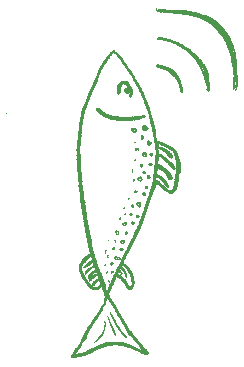
<source format=gbo>
G04*
G04 #@! TF.GenerationSoftware,Altium Limited,Altium Designer,21.6.4 (81)*
G04*
G04 Layer_Color=32896*
%FSLAX44Y44*%
%MOMM*%
G71*
G04*
G04 #@! TF.SameCoordinates,35F2EB46-45B6-4E83-8094-EA5E86E84025*
G04*
G04*
G04 #@! TF.FilePolarity,Positive*
G04*
G01*
G75*
G36*
X273578Y433396D02*
X273845D01*
Y432328D01*
X273578D01*
Y431795D01*
X273311D01*
Y431528D01*
X273045D01*
Y431795D01*
X272778D01*
Y432061D01*
X272511D01*
Y433662D01*
X273578D01*
Y433396D01*
D02*
G37*
G36*
X276247Y409113D02*
X277581D01*
Y408846D01*
X278915D01*
Y408579D01*
X279716D01*
Y408312D01*
X281050D01*
Y408045D01*
X281850D01*
Y407779D01*
X283451D01*
Y407512D01*
X285053D01*
Y407245D01*
X285319D01*
Y406978D01*
X286387D01*
Y406711D01*
X286654D01*
Y406444D01*
X287454D01*
Y406177D01*
X287988D01*
Y405911D01*
X288788D01*
Y405644D01*
X289322D01*
Y405377D01*
X289856D01*
Y405110D01*
X290123D01*
Y404843D01*
X291190D01*
Y404576D01*
X291724D01*
Y404310D01*
X292524D01*
Y404043D01*
X293058D01*
Y403776D01*
X293325D01*
Y403509D01*
X294125D01*
Y403242D01*
X294926D01*
Y402975D01*
X295193D01*
Y402709D01*
X295459D01*
Y402442D01*
X296260D01*
Y401908D01*
X296794D01*
Y401641D01*
X297061D01*
Y401374D01*
X297327D01*
Y401107D01*
X297861D01*
Y400841D01*
X298395D01*
Y400574D01*
X298929D01*
Y400307D01*
X299195D01*
Y400040D01*
X299729D01*
Y399773D01*
X299996D01*
Y399506D01*
X300263D01*
Y399240D01*
X301063D01*
Y398973D01*
X301597D01*
Y398706D01*
X301864D01*
Y398172D01*
X302131D01*
Y397905D01*
X302397D01*
Y397638D01*
X302664D01*
Y397372D01*
X302931D01*
Y397105D01*
X303198D01*
Y396838D01*
X303465D01*
Y396571D01*
X303999D01*
Y396304D01*
X304265D01*
Y396037D01*
X304532D01*
Y395770D01*
X305066D01*
Y395504D01*
X305333D01*
Y395237D01*
X305600D01*
Y394970D01*
X305867D01*
Y394703D01*
X306400D01*
Y394436D01*
X306667D01*
Y394170D01*
X306934D01*
Y393636D01*
X307468D01*
Y393102D01*
X307734D01*
Y392835D01*
X308001D01*
Y392568D01*
X308268D01*
Y392302D01*
X308535D01*
Y392035D01*
X308802D01*
Y391768D01*
X309069D01*
Y391234D01*
X309335D01*
Y390967D01*
X309602D01*
Y390700D01*
X309869D01*
Y390434D01*
X310136D01*
Y390167D01*
X310403D01*
Y389900D01*
X310670D01*
Y389633D01*
X310937D01*
Y389366D01*
X311203D01*
Y389099D01*
X311470D01*
Y388833D01*
X311737D01*
Y388299D01*
X312004D01*
Y388032D01*
X312271D01*
Y387765D01*
X312538D01*
Y386965D01*
X312805D01*
Y386698D01*
X313338D01*
Y386164D01*
X313605D01*
Y385897D01*
X313872D01*
Y385097D01*
X314139D01*
Y384563D01*
X314405D01*
Y384296D01*
X314672D01*
Y384029D01*
X314939D01*
Y383229D01*
X315206D01*
Y382962D01*
X315473D01*
Y382161D01*
X315740D01*
Y381628D01*
X316007D01*
Y381361D01*
X316273D01*
Y380827D01*
X316540D01*
Y379760D01*
X316807D01*
Y379226D01*
Y378959D01*
X317074D01*
Y378693D01*
X317341D01*
Y377892D01*
X317608D01*
Y376291D01*
X317875D01*
Y376024D01*
X317608D01*
Y375490D01*
X317875D01*
Y372021D01*
X318141D01*
Y371754D01*
X317875D01*
Y371488D01*
X318141D01*
Y368019D01*
X318408D01*
Y367752D01*
X318141D01*
Y367485D01*
X318408D01*
Y366684D01*
X318141D01*
Y366418D01*
X318408D01*
Y364817D01*
X318141D01*
Y363482D01*
X317875D01*
Y362949D01*
X317608D01*
Y362682D01*
X316540D01*
Y363215D01*
X316273D01*
Y363749D01*
X315473D01*
Y364283D01*
X315206D01*
Y364817D01*
X315473D01*
Y367485D01*
X315206D01*
Y368285D01*
X314939D01*
Y368819D01*
X314672D01*
Y370153D01*
X314405D01*
Y371221D01*
X314139D01*
Y372288D01*
X313872D01*
Y372822D01*
X313605D01*
Y374423D01*
X313338D01*
Y375224D01*
X313071D01*
Y375757D01*
X312805D01*
Y376558D01*
X312538D01*
Y377358D01*
X312271D01*
Y377892D01*
X312004D01*
Y378693D01*
X311737D01*
Y379493D01*
X311470D01*
Y380027D01*
X311203D01*
Y380294D01*
X310937D01*
Y381361D01*
X310670D01*
Y381628D01*
X310403D01*
Y382428D01*
X310136D01*
Y382695D01*
X309869D01*
Y383496D01*
X309602D01*
Y384029D01*
X309335D01*
Y384563D01*
X309069D01*
Y385097D01*
X308802D01*
Y385630D01*
X308535D01*
Y385897D01*
X308268D01*
Y386431D01*
X308001D01*
Y386698D01*
X307734D01*
Y387231D01*
X307468D01*
Y387765D01*
X307201D01*
Y388032D01*
X306934D01*
Y388299D01*
X306667D01*
Y388566D01*
X306400D01*
Y389099D01*
X306133D01*
Y389366D01*
X305867D01*
Y389633D01*
X305600D01*
Y390167D01*
X305333D01*
Y390434D01*
X305066D01*
Y390967D01*
X304799D01*
Y391234D01*
X304265D01*
Y391768D01*
X303999D01*
Y392035D01*
X303732D01*
Y392302D01*
X303465D01*
Y392835D01*
X302931D01*
Y393102D01*
X302664D01*
Y393369D01*
X302397D01*
Y393636D01*
X302131D01*
Y393903D01*
X301864D01*
Y394170D01*
X301330D01*
Y394436D01*
X301063D01*
Y394970D01*
X300530D01*
Y395237D01*
X300263D01*
Y395504D01*
X299996D01*
Y396037D01*
X299462D01*
Y396304D01*
X299729D01*
Y396571D01*
X299462D01*
Y396838D01*
X298929D01*
Y397105D01*
X298662D01*
Y397372D01*
X298395D01*
Y397638D01*
X297861D01*
Y397905D01*
X297594D01*
Y398172D01*
X297061D01*
Y398439D01*
X296527D01*
Y398706D01*
X295993D01*
Y398973D01*
X295726D01*
Y399240D01*
X294926D01*
Y399506D01*
X294659D01*
Y399773D01*
X294392D01*
Y400040D01*
X293859D01*
Y400307D01*
X293325D01*
Y400574D01*
X292791D01*
Y400841D01*
X292524D01*
Y401107D01*
X291991D01*
Y401374D01*
X291190D01*
Y401641D01*
X290923D01*
Y401908D01*
X290656D01*
Y402175D01*
X290389D01*
Y402442D01*
X289856D01*
Y402709D01*
X289322D01*
Y402975D01*
X288788D01*
Y403242D01*
X287721D01*
Y403509D01*
X287187D01*
Y403776D01*
X286654D01*
Y404043D01*
X286387D01*
Y404310D01*
X285586D01*
Y404576D01*
X284252D01*
Y404843D01*
X283718D01*
Y405110D01*
X282117D01*
Y405377D01*
X281050D01*
Y405644D01*
X280516D01*
Y405911D01*
X279182D01*
Y406177D01*
X278648D01*
Y406444D01*
X275179D01*
Y406711D01*
X273845D01*
Y406978D01*
X273578D01*
Y407779D01*
X273845D01*
Y408045D01*
X274112D01*
Y408312D01*
X274379D01*
Y408579D01*
X274112D01*
Y409113D01*
X274379D01*
Y409380D01*
X275713D01*
Y409113D01*
X275980D01*
Y409380D01*
X276247D01*
Y409113D01*
D02*
G37*
G36*
X241290Y394703D02*
X241023D01*
Y394970D01*
X241290D01*
Y394703D01*
D02*
G37*
G36*
X237554Y397905D02*
X237821D01*
Y397372D01*
X238088D01*
Y396571D01*
X238622D01*
Y396304D01*
X239689D01*
Y396037D01*
X239956D01*
Y395504D01*
X240223D01*
Y395237D01*
X240490D01*
Y394970D01*
X240756D01*
Y394703D01*
X241023D01*
Y394436D01*
X241290D01*
Y394170D01*
X241824D01*
Y393903D01*
X242091D01*
Y393636D01*
X242357D01*
Y393102D01*
X242624D01*
Y392568D01*
X243158D01*
Y392302D01*
X243425D01*
Y392035D01*
X243692D01*
Y391768D01*
X243958D01*
Y391501D01*
X244225D01*
Y391234D01*
X244492D01*
Y390967D01*
X244225D01*
Y391234D01*
X243958D01*
Y390967D01*
X244225D01*
Y390700D01*
X244492D01*
Y390434D01*
X244759D01*
Y390167D01*
X245026D01*
Y389366D01*
X245560D01*
Y389099D01*
X245826D01*
Y388299D01*
X246360D01*
Y387765D01*
X246627D01*
Y387498D01*
X246894D01*
Y386698D01*
X247161D01*
Y386431D01*
X247428D01*
Y385897D01*
X247694D01*
Y385364D01*
X248228D01*
Y384830D01*
X248762D01*
Y384563D01*
X248495D01*
Y384296D01*
X249029D01*
Y383763D01*
X249295D01*
Y383229D01*
X249829D01*
Y382695D01*
X250096D01*
Y382428D01*
X250363D01*
Y382161D01*
X250630D01*
Y381895D01*
X250363D01*
Y381628D01*
X250896D01*
Y381361D01*
X251163D01*
Y380827D01*
X251430D01*
Y380027D01*
X251964D01*
Y379760D01*
X252231D01*
Y378959D01*
X252764D01*
Y378159D01*
X253031D01*
Y377625D01*
X253565D01*
Y377091D01*
X253832D01*
Y376558D01*
X254099D01*
Y376291D01*
X254366D01*
Y375757D01*
X254632D01*
Y375224D01*
X254899D01*
Y374957D01*
X255166D01*
Y374690D01*
X254899D01*
Y374423D01*
X255433D01*
Y374156D01*
X255166D01*
Y373889D01*
X255700D01*
Y373622D01*
X255433D01*
Y373356D01*
X255700D01*
Y373089D01*
X255966D01*
Y372822D01*
X256233D01*
Y372288D01*
X256500D01*
Y371754D01*
X256767D01*
Y371221D01*
X257034D01*
Y370954D01*
X257301D01*
Y370420D01*
X257568D01*
Y369887D01*
X257834D01*
Y369353D01*
X258101D01*
Y369086D01*
X258368D01*
Y368552D01*
X258635D01*
Y368285D01*
X258902D01*
Y367752D01*
X259169D01*
Y367485D01*
X259436D01*
Y366951D01*
X259702D01*
Y366684D01*
X259969D01*
Y366151D01*
X260236D01*
Y365617D01*
X260503D01*
Y365083D01*
X260770D01*
Y364550D01*
X261037D01*
Y363749D01*
X261303D01*
Y363482D01*
X261570D01*
Y362949D01*
X261837D01*
Y362415D01*
X262104D01*
Y361614D01*
X262371D01*
Y361348D01*
X262638D01*
Y360814D01*
X262904D01*
Y360013D01*
X263171D01*
Y359213D01*
X263438D01*
Y358412D01*
X263705D01*
Y357879D01*
X263972D01*
Y357078D01*
X264239D01*
Y356544D01*
X264506D01*
Y355744D01*
X264772D01*
Y355210D01*
X265039D01*
Y354677D01*
X265306D01*
Y353876D01*
X265573D01*
Y353075D01*
X265840D01*
Y352542D01*
X266107D01*
Y351741D01*
X266374D01*
Y351208D01*
X266640D01*
Y350407D01*
X266907D01*
Y349606D01*
X267174D01*
Y349073D01*
X267441D01*
Y348272D01*
X267708D01*
Y347472D01*
X267974D01*
Y346671D01*
X268241D01*
Y345871D01*
X268508D01*
Y345070D01*
X268775D01*
Y343469D01*
X269042D01*
Y342935D01*
X269309D01*
Y342668D01*
X269042D01*
Y342402D01*
X269309D01*
Y341601D01*
X269576D01*
Y340534D01*
X269842D01*
Y339733D01*
X270109D01*
Y338933D01*
X270376D01*
Y337865D01*
X270643D01*
Y336798D01*
X270910D01*
Y335464D01*
X271177D01*
Y334396D01*
X271444D01*
Y333329D01*
X271710D01*
Y331995D01*
X271977D01*
Y331461D01*
X272244D01*
Y331194D01*
X272511D01*
Y330660D01*
X272778D01*
Y329593D01*
X272244D01*
Y329326D01*
X272511D01*
Y328259D01*
X272778D01*
Y326925D01*
X273045D01*
Y325590D01*
X273311D01*
Y325057D01*
X273045D01*
Y323722D01*
X273311D01*
Y321054D01*
X273845D01*
Y321321D01*
X274646D01*
Y321054D01*
X275179D01*
Y320787D01*
X275713D01*
Y320520D01*
X276247D01*
Y320253D01*
X276780D01*
Y320520D01*
X277047D01*
Y319987D01*
X277314D01*
Y320253D01*
X277848D01*
Y319987D01*
X278648D01*
Y319720D01*
X279182D01*
Y319453D01*
X279982D01*
Y319186D01*
X280249D01*
Y318919D01*
X280783D01*
Y318652D01*
X281317D01*
Y318386D01*
X281850D01*
Y318119D01*
X282384D01*
Y317852D01*
X282918D01*
Y317585D01*
X283451D01*
Y317318D01*
X283718D01*
Y317051D01*
X284252D01*
Y316784D01*
X284519D01*
Y316518D01*
X285053D01*
Y316251D01*
X285853D01*
Y315984D01*
X286120D01*
Y315717D01*
X286654D01*
Y315450D01*
X287187D01*
Y315183D01*
X287454D01*
Y314917D01*
X287721D01*
Y314650D01*
X287988D01*
Y314383D01*
X288522D01*
Y314116D01*
X288788D01*
Y313582D01*
X289055D01*
Y313316D01*
X289322D01*
Y313049D01*
X289589D01*
Y312515D01*
X289856D01*
Y312248D01*
X290123D01*
Y311714D01*
X290389D01*
Y311448D01*
X290656D01*
Y310647D01*
X290923D01*
Y309846D01*
X291190D01*
Y309313D01*
X291457D01*
Y308512D01*
X291724D01*
Y308246D01*
X291991D01*
Y307178D01*
X292257D01*
Y306644D01*
X292524D01*
Y306378D01*
X292257D01*
Y306111D01*
X292791D01*
Y305310D01*
X293058D01*
Y305043D01*
X292791D01*
Y304776D01*
X293058D01*
Y304243D01*
X293325D01*
Y303175D01*
X293592D01*
Y302909D01*
X293325D01*
Y302642D01*
X293592D01*
Y296504D01*
X293325D01*
Y296238D01*
X293592D01*
Y295971D01*
X293325D01*
Y295704D01*
X293592D01*
Y294370D01*
X293325D01*
Y293836D01*
X293058D01*
Y293302D01*
X292791D01*
Y292768D01*
X292524D01*
Y291968D01*
X292257D01*
Y290367D01*
X291991D01*
Y290100D01*
X292257D01*
Y289833D01*
X291991D01*
Y289033D01*
X291724D01*
Y288766D01*
X291991D01*
Y288499D01*
X291724D01*
Y286631D01*
X291457D01*
Y285297D01*
X291190D01*
Y285030D01*
X291457D01*
Y284763D01*
X291190D01*
Y283696D01*
X290923D01*
Y282362D01*
X290656D01*
Y281294D01*
X290389D01*
Y280494D01*
X290123D01*
Y279426D01*
X289589D01*
Y278892D01*
X289322D01*
Y278626D01*
X289055D01*
Y278092D01*
X288788D01*
Y277825D01*
X288255D01*
Y277558D01*
X287988D01*
Y277292D01*
X287721D01*
Y277025D01*
X286921D01*
Y276758D01*
X286654D01*
Y276491D01*
X285586D01*
Y276224D01*
X285319D01*
Y276491D01*
X283985D01*
Y276758D01*
X283185D01*
Y277025D01*
X282651D01*
Y277292D01*
X282384D01*
Y277558D01*
X281850D01*
Y277825D01*
X281584D01*
Y278092D01*
X281050D01*
Y278359D01*
X280783D01*
Y278626D01*
X280249D01*
Y279159D01*
X279716D01*
Y279426D01*
X279449D01*
Y279960D01*
X278915D01*
Y280227D01*
X278648D01*
Y280494D01*
X278382D01*
Y280760D01*
X278115D01*
Y281027D01*
X277848D01*
Y281294D01*
X277314D01*
Y281561D01*
X277047D01*
Y281828D01*
X276780D01*
Y282095D01*
X276514D01*
Y282362D01*
X276247D01*
Y282628D01*
X275980D01*
Y282895D01*
X275446D01*
Y283162D01*
X275179D01*
Y283429D01*
X274912D01*
Y283696D01*
X274379D01*
Y283963D01*
X274112D01*
Y284229D01*
X273845D01*
Y284496D01*
X273578D01*
Y284229D01*
X273045D01*
Y284496D01*
X272511D01*
Y284763D01*
X272244D01*
Y281294D01*
X271977D01*
Y281027D01*
X271710D01*
Y280494D01*
X271444D01*
Y279960D01*
X271177D01*
Y279159D01*
X270910D01*
Y278359D01*
X270643D01*
Y277825D01*
X270376D01*
Y277292D01*
X270109D01*
Y276491D01*
X269842D01*
Y275424D01*
X269576D01*
Y274890D01*
X269309D01*
Y274356D01*
X269042D01*
Y273556D01*
X268775D01*
Y272755D01*
X268508D01*
Y272221D01*
X268241D01*
Y271421D01*
X267974D01*
Y270887D01*
X267708D01*
Y270087D01*
X267174D01*
Y269820D01*
X267441D01*
Y269286D01*
X267174D01*
Y268752D01*
X266907D01*
Y267685D01*
X266640D01*
Y266084D01*
X266374D01*
Y265817D01*
X266107D01*
Y264483D01*
X265840D01*
Y263949D01*
X265573D01*
Y263149D01*
X265306D01*
Y262348D01*
X265039D01*
Y261548D01*
X264772D01*
Y260747D01*
X264506D01*
Y259947D01*
X264239D01*
Y259146D01*
X263972D01*
Y258879D01*
X263705D01*
Y258612D01*
X263972D01*
Y258346D01*
X263705D01*
Y257812D01*
X263438D01*
Y257545D01*
X263705D01*
Y257278D01*
X263438D01*
Y256744D01*
X263171D01*
Y255944D01*
X262904D01*
Y255143D01*
X262638D01*
Y254876D01*
X262371D01*
Y254076D01*
X262104D01*
Y253275D01*
X261837D01*
Y252208D01*
X261570D01*
Y251674D01*
X261303D01*
Y250874D01*
X261037D01*
Y249806D01*
X260770D01*
Y249273D01*
X260503D01*
Y248739D01*
X260236D01*
Y248205D01*
X259969D01*
Y247405D01*
X259702D01*
Y246604D01*
X259436D01*
Y246071D01*
X259169D01*
Y245537D01*
X258902D01*
Y245003D01*
X258635D01*
Y244470D01*
X258368D01*
Y244203D01*
X258101D01*
Y243936D01*
X257834D01*
Y243135D01*
X257568D01*
Y242602D01*
X257301D01*
Y242068D01*
X257034D01*
Y241534D01*
X256767D01*
Y240734D01*
X256500D01*
Y240200D01*
X256233D01*
Y239666D01*
X255966D01*
Y239133D01*
X255700D01*
Y238599D01*
X255433D01*
Y238065D01*
X255166D01*
Y237799D01*
X254899D01*
Y237265D01*
X254632D01*
Y236464D01*
X254366D01*
Y235931D01*
X254099D01*
Y235664D01*
X253832D01*
Y234863D01*
X253565D01*
Y234596D01*
X253298D01*
Y234063D01*
X253031D01*
Y233796D01*
X252764D01*
Y233262D01*
X252498D01*
Y232728D01*
X252231D01*
Y232195D01*
X251964D01*
Y231661D01*
X251697D01*
Y231394D01*
X251430D01*
Y230594D01*
X251163D01*
Y230060D01*
X250896D01*
Y229526D01*
X250630D01*
Y228993D01*
X250363D01*
Y228192D01*
X250096D01*
Y227658D01*
X249829D01*
Y227125D01*
X249562D01*
Y226591D01*
X249295D01*
Y226057D01*
X249029D01*
Y225524D01*
X248762D01*
Y225257D01*
X248495D01*
Y224723D01*
X248228D01*
Y224189D01*
X247961D01*
Y223656D01*
X247694D01*
Y223389D01*
X247428D01*
Y223122D01*
X247161D01*
Y222855D01*
X247428D01*
Y222588D01*
X246894D01*
Y222055D01*
X246627D01*
Y221788D01*
X246894D01*
Y221521D01*
X246360D01*
Y220987D01*
X246093D01*
Y220187D01*
X245826D01*
Y219920D01*
X245560D01*
Y219653D01*
X245826D01*
Y219386D01*
X245560D01*
Y219119D01*
X245293D01*
Y218052D01*
X244759D01*
Y217518D01*
X245293D01*
Y217251D01*
X245560D01*
Y216985D01*
X245826D01*
Y217251D01*
X246360D01*
Y216985D01*
X246894D01*
Y216718D01*
X247428D01*
Y216451D01*
X247694D01*
Y216184D01*
X247961D01*
Y215917D01*
X248228D01*
Y215650D01*
X248495D01*
Y215383D01*
X248762D01*
Y215117D01*
X249029D01*
Y214583D01*
X249562D01*
Y214316D01*
X249829D01*
Y213782D01*
X250096D01*
Y213516D01*
X250363D01*
Y213249D01*
X250630D01*
Y212715D01*
X250896D01*
Y212181D01*
X251163D01*
Y211915D01*
X251430D01*
Y211381D01*
X251697D01*
Y210847D01*
X251964D01*
Y210313D01*
X252231D01*
Y209780D01*
X252498D01*
Y208979D01*
X252764D01*
Y208712D01*
X253031D01*
Y207912D01*
X253298D01*
Y207111D01*
X253565D01*
Y206578D01*
X253832D01*
Y206044D01*
X254099D01*
Y204977D01*
X254366D01*
Y202842D01*
X254632D01*
Y199640D01*
X254366D01*
Y198305D01*
X254099D01*
Y198039D01*
X253832D01*
Y197772D01*
X254099D01*
Y197238D01*
X253565D01*
Y196704D01*
X253298D01*
Y196171D01*
X252764D01*
Y195904D01*
X252498D01*
Y195637D01*
X251964D01*
Y195370D01*
X251697D01*
Y195103D01*
X250896D01*
Y194837D01*
X249562D01*
Y195103D01*
X248762D01*
Y195637D01*
X248228D01*
Y195904D01*
X247961D01*
Y196437D01*
X247694D01*
Y196971D01*
X247428D01*
Y197772D01*
X247161D01*
Y198039D01*
X246894D01*
Y198572D01*
X246627D01*
Y198839D01*
X246360D01*
Y199373D01*
X246093D01*
Y199640D01*
X245826D01*
Y200173D01*
X245560D01*
Y200440D01*
X245293D01*
Y200707D01*
X245026D01*
Y200974D01*
X244759D01*
Y201508D01*
X244492D01*
Y202041D01*
X244225D01*
Y202308D01*
X243958D01*
Y202575D01*
X243692D01*
Y202842D01*
X243425D01*
Y203109D01*
X243158D01*
Y203642D01*
X242624D01*
Y203909D01*
X242357D01*
Y204176D01*
X242091D01*
Y204443D01*
X241824D01*
Y204710D01*
X241290D01*
Y204977D01*
X241023D01*
Y205243D01*
X239956D01*
Y205510D01*
X239689D01*
Y205777D01*
X239155D01*
Y205243D01*
X238888D01*
Y204977D01*
X238622D01*
Y204176D01*
X238355D01*
Y203642D01*
X238088D01*
Y202842D01*
X237821D01*
Y202308D01*
X237554D01*
Y201508D01*
X237287D01*
Y200974D01*
X237020D01*
Y200173D01*
X236754D01*
Y199373D01*
X236487D01*
Y198839D01*
X236220D01*
Y198305D01*
X235953D01*
Y198039D01*
X235420D01*
Y197772D01*
X235686D01*
Y197238D01*
X235420D01*
Y196704D01*
X235153D01*
Y196171D01*
X234886D01*
Y195637D01*
X234619D01*
Y195103D01*
X234352D01*
Y194303D01*
X233818D01*
Y193769D01*
X233552D01*
Y193502D01*
X233818D01*
Y193235D01*
X233552D01*
Y192969D01*
X233285D01*
Y192168D01*
X233018D01*
Y191367D01*
X232751D01*
Y191101D01*
X233018D01*
Y190567D01*
X233285D01*
Y190300D01*
X233552D01*
Y189766D01*
X233818D01*
Y189233D01*
X234085D01*
Y188432D01*
X234352D01*
Y188165D01*
X234619D01*
Y187632D01*
X234886D01*
Y187098D01*
X235153D01*
Y186564D01*
X235420D01*
Y186031D01*
X235686D01*
Y185764D01*
X235953D01*
Y185230D01*
X236220D01*
Y184963D01*
X236487D01*
Y184696D01*
X236754D01*
Y184163D01*
X237020D01*
Y183629D01*
X237287D01*
Y183362D01*
X237554D01*
Y183095D01*
X237821D01*
Y182562D01*
X238088D01*
Y182028D01*
X238355D01*
Y181494D01*
X238622D01*
Y181227D01*
X238888D01*
Y180694D01*
X239155D01*
Y180160D01*
X239422D01*
Y179893D01*
X239689D01*
Y179359D01*
X239956D01*
Y178826D01*
X240223D01*
Y178292D01*
X240490D01*
Y177758D01*
X240756D01*
Y177225D01*
X241023D01*
Y176958D01*
X241290D01*
Y176424D01*
X241557D01*
Y175891D01*
X241824D01*
Y175090D01*
X242091D01*
Y174823D01*
X242357D01*
Y174556D01*
X242624D01*
Y174023D01*
X242891D01*
Y173489D01*
X243158D01*
Y173222D01*
X243425D01*
Y172688D01*
X243692D01*
Y172421D01*
X243958D01*
Y171888D01*
X244225D01*
Y171087D01*
X244492D01*
Y170820D01*
X244759D01*
Y170287D01*
X245026D01*
Y170020D01*
X245293D01*
Y169486D01*
X245560D01*
Y168953D01*
X245826D01*
Y168686D01*
X246093D01*
Y168152D01*
X246360D01*
Y167618D01*
X246627D01*
Y167351D01*
X246894D01*
Y166818D01*
X247161D01*
Y166284D01*
X247428D01*
Y166017D01*
X247694D01*
Y165750D01*
X247961D01*
Y165217D01*
X248228D01*
Y164683D01*
X248495D01*
Y164416D01*
X248762D01*
Y163883D01*
X249029D01*
Y163349D01*
X249295D01*
Y162815D01*
X249562D01*
Y162548D01*
X249829D01*
Y161748D01*
X250096D01*
Y161214D01*
X250363D01*
Y160947D01*
X250630D01*
Y160680D01*
X250896D01*
Y160413D01*
X251163D01*
Y160147D01*
X251430D01*
Y159613D01*
X251697D01*
Y159346D01*
X251964D01*
Y159079D01*
X252231D01*
Y158812D01*
X252498D01*
Y158279D01*
X252764D01*
Y158012D01*
X253031D01*
Y157745D01*
X253298D01*
Y157211D01*
X253565D01*
Y156945D01*
X253832D01*
Y156678D01*
X254099D01*
Y156411D01*
X254366D01*
Y155877D01*
X254632D01*
Y155610D01*
X254899D01*
Y155077D01*
X255166D01*
Y154810D01*
X255700D01*
Y154543D01*
X255966D01*
Y154276D01*
X256233D01*
Y153742D01*
X256500D01*
Y153476D01*
X256767D01*
Y153209D01*
X257034D01*
Y152942D01*
X257301D01*
Y152408D01*
X257568D01*
Y152141D01*
X257834D01*
Y151874D01*
X258101D01*
Y151608D01*
X258368D01*
Y151341D01*
X258635D01*
Y151074D01*
X258902D01*
Y150540D01*
X259169D01*
Y150273D01*
X259436D01*
Y150007D01*
X259702D01*
Y149740D01*
X259969D01*
Y149473D01*
X260236D01*
Y148939D01*
X260503D01*
Y148672D01*
X260770D01*
Y148406D01*
X261037D01*
Y148139D01*
X261303D01*
Y147338D01*
X261837D01*
Y146804D01*
X262371D01*
Y146538D01*
X262638D01*
Y146271D01*
X262904D01*
Y146004D01*
X263438D01*
Y145470D01*
X263705D01*
Y145203D01*
X263972D01*
Y144937D01*
X264772D01*
Y144670D01*
X265039D01*
Y144403D01*
X264772D01*
Y144136D01*
X265306D01*
Y143335D01*
X265573D01*
Y143069D01*
X265840D01*
Y142802D01*
X266107D01*
Y142268D01*
X266374D01*
Y141201D01*
X266107D01*
Y140667D01*
X265840D01*
Y140133D01*
X265306D01*
Y139866D01*
X264772D01*
Y139600D01*
X263438D01*
Y139866D01*
X263171D01*
Y140133D01*
X262904D01*
Y140400D01*
X262638D01*
Y140667D01*
X262104D01*
Y140400D01*
X261837D01*
Y140934D01*
X261570D01*
Y140667D01*
X261303D01*
Y141201D01*
X261037D01*
Y141468D01*
X260770D01*
Y141201D01*
X260236D01*
Y141468D01*
X259969D01*
Y141734D01*
X259702D01*
Y142001D01*
X258902D01*
Y142268D01*
X258635D01*
Y142535D01*
X258368D01*
Y142268D01*
X258101D01*
Y142535D01*
X257834D01*
Y142802D01*
X257034D01*
Y143069D01*
X255966D01*
Y143335D01*
X255166D01*
Y143602D01*
X254632D01*
Y143869D01*
X254099D01*
Y144136D01*
X253832D01*
Y144403D01*
X253298D01*
Y144670D01*
X252764D01*
Y144937D01*
X252231D01*
Y145203D01*
X251430D01*
Y145470D01*
X250896D01*
Y145737D01*
X250363D01*
Y146004D01*
X249562D01*
Y146271D01*
X248228D01*
Y146538D01*
X247428D01*
Y146804D01*
X246894D01*
Y147071D01*
X246627D01*
Y146804D01*
X246360D01*
Y147071D01*
X245560D01*
Y147338D01*
X244492D01*
Y147605D01*
X242357D01*
Y147872D01*
X242091D01*
Y147605D01*
X241824D01*
Y147872D01*
X240756D01*
Y148139D01*
X238622D01*
Y148406D01*
X238355D01*
Y148139D01*
X235953D01*
Y147872D01*
X234886D01*
Y148139D01*
X234352D01*
Y147872D01*
X234619D01*
Y147605D01*
X233818D01*
Y147872D01*
X232484D01*
Y147605D01*
X232751D01*
Y147338D01*
X232484D01*
Y147605D01*
X232217D01*
Y147338D01*
X231684D01*
Y147605D01*
X231150D01*
Y147338D01*
X230883D01*
Y147071D01*
X229816D01*
Y147338D01*
X229549D01*
Y147071D01*
X229816D01*
Y146804D01*
X229282D01*
Y146538D01*
X228748D01*
Y146271D01*
X228215D01*
Y146004D01*
X227681D01*
Y145737D01*
X227147D01*
Y146004D01*
X226880D01*
Y145737D01*
X226614D01*
Y145470D01*
X225813D01*
Y145203D01*
X225279D01*
Y144937D01*
X224746D01*
Y144670D01*
X223945D01*
Y144403D01*
X223412D01*
Y144136D01*
X222878D01*
Y143869D01*
X222077D01*
Y143602D01*
X221544D01*
Y143335D01*
X221277D01*
Y143069D01*
X220476D01*
Y142802D01*
X220209D01*
Y142535D01*
X219676D01*
Y142268D01*
X219142D01*
Y142001D01*
X218608D01*
Y141734D01*
X218075D01*
Y141468D01*
X217541D01*
Y141201D01*
X217007D01*
Y140934D01*
X216474D01*
Y140667D01*
X215940D01*
Y140400D01*
X215406D01*
Y140133D01*
X214872D01*
Y139866D01*
X214339D01*
Y139600D01*
X213538D01*
Y139333D01*
X212738D01*
Y139066D01*
X211670D01*
Y138799D01*
X210069D01*
Y138532D01*
X209269D01*
Y138265D01*
X208201D01*
Y137999D01*
X207934D01*
Y138265D01*
X207134D01*
Y137999D01*
X206867D01*
Y137732D01*
X206600D01*
Y137999D01*
X205800D01*
Y137732D01*
X204466D01*
Y137465D01*
X202598D01*
Y137198D01*
X202331D01*
Y137465D01*
X200996D01*
Y137732D01*
X200730D01*
Y138265D01*
X200463D01*
Y139066D01*
X200730D01*
Y139333D01*
X200996D01*
Y139600D01*
X201263D01*
Y140400D01*
X201530D01*
Y140667D01*
X201797D01*
Y141201D01*
X202064D01*
Y141734D01*
X202331D01*
Y142001D01*
X202598D01*
Y142535D01*
X202864D01*
Y143069D01*
X203131D01*
Y143602D01*
X203398D01*
Y144136D01*
X203665D01*
Y144403D01*
X203932D01*
Y144670D01*
X204199D01*
Y145203D01*
X204466D01*
Y145470D01*
X204732D01*
Y145737D01*
X205266D01*
Y146004D01*
X204999D01*
Y146271D01*
X205533D01*
Y146538D01*
X205800D01*
Y147071D01*
X206333D01*
Y147338D01*
X206600D01*
Y147605D01*
X206867D01*
Y148139D01*
X207134D01*
Y148672D01*
X207401D01*
Y149206D01*
X207668D01*
Y149473D01*
X207934D01*
Y149740D01*
X208201D01*
Y150273D01*
X208468D01*
Y151341D01*
X208735D01*
Y151874D01*
X209002D01*
Y152408D01*
X209269D01*
Y152675D01*
X209536D01*
Y153209D01*
X209802D01*
Y154276D01*
X210069D01*
Y154810D01*
X209802D01*
Y155077D01*
X210069D01*
Y154810D01*
X210336D01*
Y155077D01*
X210603D01*
Y155610D01*
X210870D01*
Y156144D01*
X211137D01*
Y156945D01*
X211403D01*
Y157478D01*
X211670D01*
Y157745D01*
X211937D01*
Y158279D01*
X212204D01*
Y158812D01*
X212471D01*
Y159346D01*
X212738D01*
Y159880D01*
X213004D01*
Y160680D01*
X213271D01*
Y161214D01*
X213538D01*
Y161481D01*
X213805D01*
Y162281D01*
X214072D01*
Y162815D01*
X214339D01*
Y163082D01*
X214606D01*
Y163616D01*
X214872D01*
Y164149D01*
X215139D01*
Y164416D01*
X215406D01*
Y164683D01*
X215673D01*
Y164950D01*
X216207D01*
Y165217D01*
X216474D01*
Y166017D01*
X216740D01*
Y165750D01*
X217007D01*
Y166017D01*
X217274D01*
Y166284D01*
X217007D01*
Y166551D01*
X217274D01*
Y166818D01*
X217541D01*
Y167351D01*
X217808D01*
Y167618D01*
X218075D01*
Y168152D01*
X218341D01*
Y168419D01*
X218608D01*
Y169219D01*
X218875D01*
Y169486D01*
X219142D01*
Y169753D01*
X219409D01*
Y170020D01*
X219676D01*
Y170287D01*
X219409D01*
Y170554D01*
X219676D01*
Y170287D01*
X219942D01*
Y170820D01*
X220209D01*
Y171087D01*
X219942D01*
Y171354D01*
X220476D01*
Y171621D01*
X220209D01*
Y171888D01*
X220743D01*
Y172421D01*
X221010D01*
Y172688D01*
X221277D01*
Y173222D01*
X221544D01*
Y173489D01*
X221810D01*
Y173756D01*
X222077D01*
Y174023D01*
X222344D01*
Y174556D01*
X222611D01*
Y174823D01*
X222878D01*
Y175357D01*
X223145D01*
Y175891D01*
X223678D01*
Y176424D01*
X223945D01*
Y176691D01*
X224212D01*
Y177225D01*
X224479D01*
Y177758D01*
X224746D01*
Y178292D01*
X225012D01*
Y178826D01*
X225279D01*
Y179359D01*
X225546D01*
Y179893D01*
X225813D01*
Y180961D01*
X226080D01*
Y181494D01*
X226347D01*
Y181761D01*
X226614D01*
Y182028D01*
X226880D01*
Y182295D01*
X227147D01*
Y182562D01*
X227414D01*
Y182828D01*
X227681D01*
Y183095D01*
X227948D01*
Y183362D01*
X228215D01*
Y185497D01*
X228482D01*
Y186297D01*
X228215D01*
Y186564D01*
X228482D01*
Y187365D01*
X228748D01*
Y187899D01*
X229015D01*
Y188432D01*
X229282D01*
Y190033D01*
X229015D01*
Y190567D01*
X228748D01*
Y191634D01*
X228482D01*
Y192435D01*
X228215D01*
Y193235D01*
X227948D01*
Y193769D01*
X227681D01*
Y194837D01*
X227414D01*
Y195370D01*
X227147D01*
Y196437D01*
X226880D01*
Y197505D01*
X226614D01*
Y197238D01*
X226347D01*
Y196971D01*
X226080D01*
Y196704D01*
X225813D01*
Y196437D01*
X225279D01*
Y196171D01*
X225012D01*
Y195904D01*
X224746D01*
Y195637D01*
X224212D01*
Y195370D01*
X223678D01*
Y195103D01*
X223412D01*
Y194837D01*
X222611D01*
Y194570D01*
X220209D01*
Y194837D01*
X219409D01*
Y195103D01*
X218875D01*
Y195370D01*
X218341D01*
Y195637D01*
X218075D01*
Y195904D01*
X217541D01*
Y196171D01*
X217007D01*
Y196437D01*
X216474D01*
Y196704D01*
X216207D01*
Y196971D01*
X215940D01*
Y197238D01*
X215673D01*
Y197772D01*
X215139D01*
Y198572D01*
X214606D01*
Y198839D01*
X214339D01*
Y199106D01*
X214072D01*
Y199640D01*
X213805D01*
Y199907D01*
X213538D01*
Y200173D01*
X213271D01*
Y200707D01*
X213004D01*
Y200974D01*
X212738D01*
Y201508D01*
X212471D01*
Y201774D01*
X212204D01*
Y202308D01*
X211937D01*
Y202842D01*
X211670D01*
Y203109D01*
X211403D01*
Y203642D01*
X211137D01*
Y203909D01*
X210870D01*
Y204176D01*
X210603D01*
Y204710D01*
X210336D01*
Y204977D01*
X210069D01*
Y205777D01*
X209802D01*
Y206044D01*
X209536D01*
Y206578D01*
X209269D01*
Y207111D01*
X209002D01*
Y207645D01*
X208735D01*
Y208179D01*
X208468D01*
Y208712D01*
X208201D01*
Y209780D01*
X207934D01*
Y210047D01*
X207668D01*
Y211114D01*
X207401D01*
Y212448D01*
X207134D01*
Y214583D01*
X206867D01*
Y214850D01*
X207134D01*
Y215650D01*
X207401D01*
Y215917D01*
X207134D01*
Y216184D01*
X207401D01*
Y216451D01*
X207668D01*
Y216718D01*
X207401D01*
Y216985D01*
X207668D01*
Y217251D01*
X207934D01*
Y217518D01*
X208201D01*
Y217785D01*
X208468D01*
Y218052D01*
X208735D01*
Y218586D01*
X209002D01*
Y219653D01*
X209269D01*
Y219920D01*
X209802D01*
Y220720D01*
X210069D01*
Y220987D01*
X210336D01*
Y221521D01*
X210603D01*
Y221254D01*
X210870D01*
Y221788D01*
X211137D01*
Y222055D01*
X211403D01*
Y222321D01*
X211670D01*
Y222855D01*
X212204D01*
Y223122D01*
X212471D01*
Y223389D01*
X212738D01*
Y223656D01*
X213004D01*
Y223923D01*
X213805D01*
Y224189D01*
X214339D01*
Y224456D01*
X214606D01*
Y224723D01*
X214872D01*
Y224990D01*
X215139D01*
Y225257D01*
X215673D01*
Y225524D01*
X216207D01*
Y225791D01*
X216740D01*
Y226324D01*
X216474D01*
Y227125D01*
X216207D01*
Y228192D01*
X215940D01*
Y229526D01*
X215673D01*
Y230327D01*
X215406D01*
Y231928D01*
X215139D01*
Y233262D01*
X214872D01*
Y234063D01*
X214606D01*
Y234329D01*
X214872D01*
Y234596D01*
X214606D01*
Y235664D01*
X214339D01*
Y237265D01*
X214072D01*
Y238332D01*
X213805D01*
Y239400D01*
X213538D01*
Y240467D01*
X213271D01*
Y240734D01*
X213538D01*
Y241001D01*
X213271D01*
Y241801D01*
X213004D01*
Y243402D01*
X212738D01*
Y244736D01*
X212471D01*
Y246071D01*
X212204D01*
Y247939D01*
X211937D01*
Y249006D01*
X211670D01*
Y250874D01*
X211403D01*
Y251408D01*
X211670D01*
Y251674D01*
X211403D01*
Y252742D01*
X211137D01*
Y253275D01*
X211403D01*
Y253542D01*
X211137D01*
Y253809D01*
X211403D01*
Y254343D01*
X211137D01*
Y254876D01*
X210870D01*
Y255143D01*
X211137D01*
Y255944D01*
X210870D01*
Y257545D01*
X210603D01*
Y258879D01*
X210336D01*
Y260213D01*
X210069D01*
Y261281D01*
X209802D01*
Y262348D01*
X209536D01*
Y262882D01*
X209802D01*
Y263149D01*
X209536D01*
Y264483D01*
X209269D01*
Y264750D01*
X209536D01*
Y265017D01*
X209269D01*
Y265550D01*
X209002D01*
Y265817D01*
X209269D01*
Y266084D01*
X209002D01*
Y266884D01*
X208735D01*
Y267151D01*
X209002D01*
Y267952D01*
X208735D01*
Y269019D01*
X208201D01*
Y269820D01*
X207934D01*
Y270087D01*
X208468D01*
Y272221D01*
X208201D01*
Y274089D01*
X207934D01*
Y275690D01*
X208201D01*
Y275957D01*
X207934D01*
Y276224D01*
X208201D01*
Y277025D01*
X207934D01*
Y277825D01*
X207668D01*
Y278626D01*
X207401D01*
Y279426D01*
X207668D01*
Y281027D01*
X207134D01*
Y281294D01*
X207401D01*
Y281561D01*
X207134D01*
Y281828D01*
X207401D01*
Y282362D01*
X206600D01*
Y283429D01*
X206867D01*
Y284229D01*
X207134D01*
Y286097D01*
X206600D01*
Y286364D01*
X206867D01*
Y286898D01*
X206600D01*
Y287165D01*
X206867D01*
Y287698D01*
X206600D01*
Y287965D01*
X206867D01*
Y289566D01*
X206600D01*
Y291968D01*
X206333D01*
Y295170D01*
X206067D01*
Y297305D01*
X205800D01*
Y298906D01*
X206067D01*
Y299440D01*
X205800D01*
Y299706D01*
X206067D01*
Y299973D01*
X205800D01*
Y303442D01*
X205533D01*
Y303709D01*
X205800D01*
Y304776D01*
X205533D01*
Y305310D01*
X205266D01*
Y306111D01*
X205533D01*
Y307178D01*
X205800D01*
Y307445D01*
X205533D01*
Y308779D01*
X205266D01*
Y309313D01*
X205533D01*
Y309846D01*
X205266D01*
Y310113D01*
X205533D01*
Y310647D01*
X205266D01*
Y310914D01*
X205533D01*
Y311714D01*
X205266D01*
Y311981D01*
X205533D01*
Y312248D01*
X205800D01*
Y312782D01*
X205533D01*
Y313049D01*
X205266D01*
Y313582D01*
X205533D01*
Y313849D01*
X205266D01*
Y314650D01*
X205533D01*
Y315183D01*
X205800D01*
Y315450D01*
X205533D01*
Y317051D01*
X205800D01*
Y317318D01*
X205533D01*
Y317585D01*
X205800D01*
Y318119D01*
X205533D01*
Y318386D01*
X205800D01*
Y318119D01*
X206067D01*
Y318386D01*
X205800D01*
Y318652D01*
X205533D01*
Y318919D01*
X206067D01*
Y319453D01*
X205800D01*
Y319720D01*
X205533D01*
Y319987D01*
X205800D01*
Y320253D01*
X206067D01*
Y320520D01*
X205800D01*
Y320787D01*
X206067D01*
Y321855D01*
X205800D01*
Y322121D01*
X206067D01*
Y322388D01*
X206333D01*
Y322655D01*
X206067D01*
Y323189D01*
X206333D01*
Y323989D01*
X206600D01*
Y326124D01*
X206867D01*
Y326391D01*
X206600D01*
Y326658D01*
X206867D01*
Y329593D01*
X207134D01*
Y330394D01*
X206867D01*
Y330660D01*
X207134D01*
Y333062D01*
X207401D01*
Y335464D01*
X207668D01*
Y337332D01*
X207934D01*
Y338933D01*
X208201D01*
Y340000D01*
X208468D01*
Y341601D01*
X208735D01*
Y342935D01*
X209002D01*
Y344269D01*
X209269D01*
Y345604D01*
X209536D01*
Y346671D01*
X209802D01*
Y347472D01*
X210069D01*
Y348005D01*
X210336D01*
Y348806D01*
X210603D01*
Y349073D01*
X210870D01*
Y349873D01*
X211137D01*
Y350407D01*
X211403D01*
Y351208D01*
X211670D01*
Y351741D01*
X211937D01*
Y352275D01*
X212204D01*
Y353075D01*
X212471D01*
Y353876D01*
X212738D01*
Y354410D01*
X213004D01*
Y355210D01*
X213271D01*
Y356011D01*
X213538D01*
Y356811D01*
X213805D01*
Y357078D01*
X214072D01*
Y357879D01*
X214339D01*
Y358679D01*
X214606D01*
Y359480D01*
X214872D01*
Y360547D01*
X215139D01*
Y361348D01*
X215406D01*
Y362148D01*
X215673D01*
Y362415D01*
X215940D01*
Y362949D01*
X216207D01*
Y363482D01*
X216474D01*
Y364016D01*
X216740D01*
Y364550D01*
X217007D01*
Y364817D01*
X217274D01*
Y365617D01*
X217541D01*
Y366418D01*
X217808D01*
Y366951D01*
X218075D01*
Y367218D01*
X218341D01*
Y367752D01*
X218608D01*
Y368285D01*
X218875D01*
Y368819D01*
X219142D01*
Y369353D01*
X219409D01*
Y369887D01*
X219676D01*
Y370687D01*
X219942D01*
Y371488D01*
X220476D01*
Y371754D01*
X220209D01*
Y372021D01*
X220476D01*
Y372555D01*
X220743D01*
Y372822D01*
X221010D01*
Y373089D01*
X220743D01*
Y373356D01*
X221010D01*
Y374156D01*
X221277D01*
Y374423D01*
X221544D01*
Y375224D01*
X221810D01*
Y375757D01*
X222077D01*
Y376558D01*
X222344D01*
Y377091D01*
X222611D01*
Y377892D01*
X222878D01*
Y378693D01*
X223145D01*
Y379226D01*
X222878D01*
Y379493D01*
X223145D01*
Y379226D01*
X223412D01*
Y379760D01*
X223678D01*
Y380827D01*
X223945D01*
Y381094D01*
X224212D01*
Y381361D01*
X223945D01*
Y381628D01*
X224212D01*
Y382161D01*
X224479D01*
Y382695D01*
X224746D01*
Y383229D01*
X225012D01*
Y383763D01*
X225546D01*
Y384029D01*
X225279D01*
Y384296D01*
X225546D01*
Y384563D01*
X226080D01*
Y385097D01*
X226347D01*
Y385630D01*
X226614D01*
Y385897D01*
X226880D01*
Y386431D01*
X227147D01*
Y386965D01*
X227414D01*
Y387231D01*
X227681D01*
Y387498D01*
X227948D01*
Y388032D01*
X228215D01*
Y388299D01*
X227948D01*
Y388566D01*
X228215D01*
Y388299D01*
X228482D01*
Y388566D01*
X228748D01*
Y389099D01*
X229015D01*
Y389366D01*
X229282D01*
Y389900D01*
X229549D01*
Y390167D01*
X229816D01*
Y390700D01*
X230083D01*
Y391234D01*
X230349D01*
Y391768D01*
X230616D01*
Y392035D01*
X230883D01*
Y392302D01*
X231150D01*
Y392835D01*
X231684D01*
Y393369D01*
X231950D01*
Y393636D01*
X232217D01*
Y393903D01*
X232484D01*
Y394436D01*
X232751D01*
Y394703D01*
X233018D01*
Y394970D01*
X233285D01*
Y395237D01*
X233552D01*
Y395770D01*
X233818D01*
Y396037D01*
X234085D01*
Y396304D01*
X234352D01*
Y396571D01*
X234886D01*
Y396838D01*
X235420D01*
Y397105D01*
X235953D01*
Y397638D01*
X236220D01*
Y397905D01*
X237020D01*
Y398172D01*
X237554D01*
Y397905D01*
D02*
G37*
G36*
X247428Y386698D02*
X247161D01*
Y386965D01*
X247428D01*
Y386698D01*
D02*
G37*
G36*
X277581Y432862D02*
X278115D01*
Y432595D01*
X280783D01*
Y432328D01*
X281850D01*
Y432061D01*
X284786D01*
Y431795D01*
X290123D01*
Y432061D01*
X291724D01*
Y431795D01*
X294926D01*
Y432061D01*
X297861D01*
Y431795D01*
X299195D01*
Y431528D01*
X300530D01*
Y431261D01*
X301864D01*
Y430994D01*
X303198D01*
Y430727D01*
X304532D01*
Y430460D01*
X305333D01*
Y430193D01*
X305867D01*
Y429927D01*
X306934D01*
Y429660D01*
X307201D01*
Y429393D01*
X307734D01*
Y429126D01*
X308001D01*
Y429393D01*
X308535D01*
Y429126D01*
X308802D01*
Y428859D01*
X309069D01*
Y429126D01*
X309602D01*
Y428859D01*
X310136D01*
Y428592D01*
X310670D01*
Y428326D01*
X311203D01*
Y428059D01*
X312271D01*
Y427792D01*
X312538D01*
Y428059D01*
X313338D01*
Y427792D01*
X314939D01*
Y427525D01*
X315473D01*
Y427258D01*
X316007D01*
Y426991D01*
X316807D01*
Y426725D01*
X317608D01*
Y426458D01*
X318141D01*
Y426191D01*
X318675D01*
Y425924D01*
X319209D01*
Y425390D01*
X320009D01*
Y425123D01*
X320276D01*
Y424857D01*
X320810D01*
Y424590D01*
X321610D01*
Y424323D01*
X322144D01*
Y423789D01*
X322411D01*
Y423522D01*
X322944D01*
Y423256D01*
X323211D01*
Y422989D01*
X323478D01*
Y422722D01*
X323745D01*
Y422455D01*
X324012D01*
Y421921D01*
X324546D01*
Y421655D01*
X324813D01*
Y421388D01*
X325346D01*
Y421121D01*
X325613D01*
Y420854D01*
X325880D01*
Y420587D01*
X326147D01*
Y420320D01*
X326413D01*
Y420053D01*
X326680D01*
Y419787D01*
X326947D01*
Y419520D01*
X327481D01*
Y419253D01*
X327748D01*
Y418986D01*
X328015D01*
Y418452D01*
X328281D01*
Y418186D01*
X328548D01*
Y417919D01*
X328815D01*
Y417652D01*
X329082D01*
Y417385D01*
X329349D01*
Y417118D01*
X329616D01*
Y416584D01*
X330149D01*
Y416318D01*
X330416D01*
Y415784D01*
X330683D01*
Y415517D01*
X330950D01*
Y415250D01*
X331217D01*
Y414716D01*
X331484D01*
Y414450D01*
X332017D01*
Y413916D01*
X332284D01*
Y413649D01*
X332551D01*
Y413382D01*
X332818D01*
Y412582D01*
X333085D01*
Y412315D01*
X333352D01*
Y412048D01*
X333618D01*
Y411514D01*
X333885D01*
Y411247D01*
X334152D01*
Y410714D01*
X334419D01*
Y410447D01*
X334686D01*
Y410180D01*
X334953D01*
Y409646D01*
X335219D01*
Y409113D01*
X335486D01*
Y408312D01*
X336020D01*
Y407512D01*
X336287D01*
Y406711D01*
X336554D01*
Y406177D01*
X336820D01*
Y405644D01*
X337087D01*
Y404576D01*
X337354D01*
Y404310D01*
X337621D01*
Y403509D01*
X337888D01*
Y402709D01*
X338155D01*
Y402175D01*
X338422D01*
Y401641D01*
X338688D01*
Y401374D01*
X338955D01*
Y399240D01*
X339222D01*
Y398439D01*
X339489D01*
Y397638D01*
X339756D01*
Y396304D01*
X340023D01*
Y396037D01*
X339756D01*
Y395504D01*
X340023D01*
Y394970D01*
X340289D01*
Y392835D01*
X340556D01*
Y390967D01*
X340823D01*
Y389366D01*
X341090D01*
Y386698D01*
X341357D01*
Y382695D01*
X341624D01*
Y382161D01*
X341357D01*
Y381895D01*
X341624D01*
Y380827D01*
X341357D01*
Y380294D01*
X341624D01*
Y377358D01*
X341890D01*
Y376825D01*
X342157D01*
Y376291D01*
X341890D01*
Y376024D01*
X342157D01*
Y375757D01*
X341890D01*
Y375490D01*
X342157D01*
Y375224D01*
X341890D01*
Y374957D01*
X342157D01*
Y374423D01*
X342424D01*
Y369086D01*
X342157D01*
Y368552D01*
X341890D01*
Y367218D01*
X341624D01*
Y366418D01*
X341357D01*
Y365617D01*
X341090D01*
Y365350D01*
X340823D01*
Y365083D01*
X341090D01*
Y364550D01*
X341357D01*
Y364283D01*
X341090D01*
Y364016D01*
X340556D01*
Y363749D01*
X339756D01*
Y363482D01*
X339222D01*
Y364817D01*
X338955D01*
Y364283D01*
X338688D01*
Y364016D01*
X337888D01*
Y364550D01*
X337621D01*
Y364817D01*
X337888D01*
Y368285D01*
X338155D01*
Y368552D01*
X337888D01*
Y368819D01*
X338155D01*
Y369086D01*
X337888D01*
Y369620D01*
X338155D01*
Y370153D01*
X337888D01*
Y370420D01*
X338155D01*
Y370954D01*
X337888D01*
Y371221D01*
X338155D01*
Y373356D01*
X338422D01*
Y373889D01*
X338155D01*
Y374423D01*
X338422D01*
Y374690D01*
X338155D01*
Y374957D01*
X338422D01*
Y376291D01*
X338155D01*
Y376558D01*
X338422D01*
Y377358D01*
X338155D01*
Y380560D01*
X337888D01*
Y382161D01*
X337621D01*
Y383496D01*
X337354D01*
Y384296D01*
X337087D01*
Y384563D01*
X337354D01*
Y384830D01*
X337087D01*
Y385097D01*
X337354D01*
Y385364D01*
X337087D01*
Y386698D01*
X336820D01*
Y387498D01*
X336554D01*
Y388299D01*
X336287D01*
Y389900D01*
X336554D01*
Y390700D01*
X336287D01*
Y391501D01*
X336020D01*
Y392568D01*
X335753D01*
Y393369D01*
X335486D01*
Y394970D01*
X335219D01*
Y395237D01*
X334953D01*
Y396037D01*
X334686D01*
Y396571D01*
X334419D01*
Y397105D01*
X334152D01*
Y397905D01*
X333885D01*
Y398439D01*
X333618D01*
Y399240D01*
X333352D01*
Y399773D01*
X333085D01*
Y400841D01*
X332818D01*
Y401374D01*
X332551D01*
Y402442D01*
X332284D01*
Y403242D01*
X332017D01*
Y403776D01*
X331750D01*
Y404576D01*
X331484D01*
Y404843D01*
X331217D01*
Y405644D01*
X330950D01*
Y405911D01*
X330683D01*
Y406177D01*
X330416D01*
Y406444D01*
X330149D01*
Y406978D01*
X329883D01*
Y407245D01*
X329616D01*
Y408045D01*
X329349D01*
Y408312D01*
X329082D01*
Y408846D01*
X328815D01*
Y409380D01*
X328548D01*
Y409646D01*
X328281D01*
Y409913D01*
X328015D01*
Y410180D01*
X327748D01*
Y410447D01*
X327481D01*
Y410714D01*
X327214D01*
Y411247D01*
X326680D01*
Y411514D01*
X326413D01*
Y411781D01*
X325880D01*
Y412315D01*
X325613D01*
Y412849D01*
X325346D01*
Y413116D01*
X325079D01*
Y413382D01*
X324813D01*
Y413916D01*
X324546D01*
Y414183D01*
X324279D01*
Y414450D01*
X324012D01*
Y414983D01*
X323745D01*
Y415250D01*
X323478D01*
Y415517D01*
X323211D01*
Y415784D01*
X322944D01*
Y416051D01*
X322678D01*
Y416318D01*
X322411D01*
Y416851D01*
X322144D01*
Y417118D01*
X321877D01*
Y417385D01*
X321610D01*
Y417652D01*
X321343D01*
Y417919D01*
X321077D01*
Y418186D01*
X320810D01*
Y418452D01*
X320543D01*
Y418719D01*
X320009D01*
Y418986D01*
X319742D01*
Y419253D01*
X319476D01*
Y419520D01*
X319209D01*
Y419787D01*
X318942D01*
Y420053D01*
X318675D01*
Y420320D01*
X318408D01*
Y420587D01*
X317875D01*
Y420854D01*
X317341D01*
Y421121D01*
X317074D01*
Y421388D01*
X316273D01*
Y421655D01*
X315740D01*
Y421921D01*
X315473D01*
Y422188D01*
X314939D01*
Y422455D01*
X314405D01*
Y422722D01*
X313605D01*
Y422989D01*
X313338D01*
Y423256D01*
X312805D01*
Y423522D01*
X312004D01*
Y423789D01*
X311203D01*
Y424056D01*
X310937D01*
Y424323D01*
X310136D01*
Y424590D01*
X309602D01*
Y424857D01*
X309069D01*
Y425123D01*
X308802D01*
Y424857D01*
X308535D01*
Y425123D01*
X307734D01*
Y425657D01*
X307468D01*
Y425924D01*
X306934D01*
Y426191D01*
X306133D01*
Y426458D01*
X305867D01*
Y426191D01*
X305066D01*
Y426458D01*
X304265D01*
Y426725D01*
X302931D01*
Y426991D01*
X301597D01*
Y427258D01*
X300796D01*
Y427525D01*
X298929D01*
Y427792D01*
X298395D01*
Y427525D01*
X297861D01*
Y427792D01*
X296794D01*
Y428059D01*
X294659D01*
Y428326D01*
X293058D01*
Y428592D01*
X291991D01*
Y428326D01*
X290923D01*
Y428592D01*
X289589D01*
Y428859D01*
X289322D01*
Y428592D01*
X289055D01*
Y428859D01*
X287454D01*
Y429126D01*
X285853D01*
Y429393D01*
X285586D01*
Y429126D01*
X283718D01*
Y429393D01*
X282651D01*
Y429126D01*
X282117D01*
Y429393D01*
X280516D01*
Y429660D01*
X278382D01*
Y429927D01*
X277314D01*
Y429660D01*
X276780D01*
Y429393D01*
X276514D01*
Y429660D01*
X276247D01*
Y429927D01*
X275713D01*
Y430460D01*
X275446D01*
Y430994D01*
X275179D01*
Y430460D01*
X274912D01*
Y430193D01*
X274646D01*
Y430460D01*
X274112D01*
Y430727D01*
X273845D01*
Y432061D01*
X274112D01*
Y432328D01*
X274379D01*
Y432595D01*
X274912D01*
Y432862D01*
X275980D01*
Y433129D01*
X277581D01*
Y432862D01*
D02*
G37*
G36*
X273845Y385897D02*
X275179D01*
Y385630D01*
X275980D01*
Y385364D01*
X276247D01*
Y385630D01*
X276780D01*
Y385364D01*
X277581D01*
Y385097D01*
X278382D01*
Y384830D01*
X279182D01*
Y384563D01*
X279982D01*
Y384296D01*
X280783D01*
Y384029D01*
X281584D01*
Y383763D01*
X282918D01*
Y383496D01*
X283451D01*
Y383229D01*
X283985D01*
Y382962D01*
X285053D01*
Y382695D01*
X285586D01*
Y382428D01*
X286120D01*
Y382161D01*
X286387D01*
Y381895D01*
X286921D01*
Y381628D01*
X287187D01*
Y381361D01*
X287454D01*
Y381094D01*
X287721D01*
Y380827D01*
X287988D01*
Y380294D01*
X288255D01*
Y380027D01*
X288522D01*
Y379760D01*
X289055D01*
Y379493D01*
X289322D01*
Y379226D01*
X289589D01*
Y378693D01*
X289856D01*
Y378426D01*
X290123D01*
Y378159D01*
X290389D01*
Y377892D01*
X290656D01*
Y377358D01*
X290923D01*
Y377091D01*
X291190D01*
Y376558D01*
X291457D01*
Y376291D01*
X291724D01*
Y375757D01*
X291991D01*
Y375490D01*
X292257D01*
Y374957D01*
X292524D01*
Y374423D01*
X292791D01*
Y373889D01*
X293058D01*
Y373622D01*
X293325D01*
Y373089D01*
X293592D01*
Y372555D01*
X293859D01*
Y371754D01*
X294125D01*
Y370153D01*
X294392D01*
Y369887D01*
X294125D01*
Y369620D01*
X294392D01*
Y368819D01*
X294659D01*
Y367485D01*
X294926D01*
Y366684D01*
X295193D01*
Y365083D01*
X295459D01*
Y364283D01*
X295193D01*
Y364016D01*
X295459D01*
Y362148D01*
X295193D01*
Y361881D01*
X294392D01*
Y362148D01*
X294125D01*
Y362415D01*
X293592D01*
Y362682D01*
X293325D01*
Y362949D01*
X293058D01*
Y363749D01*
X293325D01*
Y364817D01*
X293058D01*
Y365350D01*
X292791D01*
Y366151D01*
X292524D01*
Y366951D01*
X292257D01*
Y367485D01*
X291991D01*
Y368285D01*
X291724D01*
Y369353D01*
X291457D01*
Y370153D01*
X291190D01*
Y370420D01*
X290923D01*
Y370954D01*
X290656D01*
Y371754D01*
X290389D01*
Y372288D01*
X290123D01*
Y372822D01*
X289856D01*
Y373356D01*
X289589D01*
Y373622D01*
X289322D01*
Y373889D01*
X289055D01*
Y374423D01*
X288522D01*
Y374957D01*
X288255D01*
Y375224D01*
X287988D01*
Y375490D01*
X287454D01*
Y375757D01*
X287187D01*
Y376291D01*
X286654D01*
Y376558D01*
X286387D01*
Y376825D01*
X286120D01*
Y377091D01*
X285853D01*
Y377358D01*
X285586D01*
Y377625D01*
X285319D01*
Y377892D01*
X285053D01*
Y378159D01*
X284786D01*
Y378426D01*
X284252D01*
Y378693D01*
X283985D01*
Y378959D01*
X283718D01*
Y379226D01*
X283451D01*
Y379493D01*
X282918D01*
Y379760D01*
X282651D01*
Y380027D01*
X282384D01*
Y380294D01*
X281584D01*
Y380560D01*
X281050D01*
Y380827D01*
X280783D01*
Y381094D01*
X279982D01*
Y381361D01*
X279716D01*
Y381628D01*
X278648D01*
Y381895D01*
X277581D01*
Y382161D01*
X276247D01*
Y382428D01*
X275713D01*
Y382695D01*
X274112D01*
Y382962D01*
X273845D01*
Y383229D01*
X273578D01*
Y383496D01*
X273311D01*
Y384029D01*
X273045D01*
Y384563D01*
X273311D01*
Y384830D01*
X273045D01*
Y385630D01*
X273311D01*
Y385897D01*
X273578D01*
Y386164D01*
X273845D01*
Y385897D01*
D02*
G37*
G36*
X146560Y345070D02*
X146827D01*
Y344269D01*
X146560D01*
Y343736D01*
X145760D01*
Y344536D01*
X145493D01*
Y344803D01*
X146293D01*
Y345070D01*
Y345337D01*
X146560D01*
Y345070D01*
D02*
G37*
G36*
X245560Y217518D02*
X245293D01*
Y217785D01*
X245560D01*
Y217518D01*
D02*
G37*
G36*
X251964Y159613D02*
X251697D01*
Y159880D01*
X251964D01*
Y159613D01*
D02*
G37*
G36*
X233285Y147338D02*
X233018D01*
Y147605D01*
X233285D01*
Y147338D01*
D02*
G37*
%LPC*%
G36*
X307201Y390700D02*
X306934D01*
Y390434D01*
X307201D01*
Y390700D01*
D02*
G37*
G36*
X311737Y383496D02*
X311470D01*
Y383229D01*
X311737D01*
Y382695D01*
X312004D01*
Y382428D01*
X312271D01*
Y382695D01*
X312004Y382962D01*
Y383229D01*
X311737D01*
Y383496D01*
D02*
G37*
G36*
X312805Y381361D02*
X312538D01*
Y380827D01*
X312805D01*
Y380560D01*
X313071D01*
Y380827D01*
X312805D01*
Y381361D01*
D02*
G37*
G36*
X313338Y380027D02*
X313071D01*
Y379760D01*
X313338D01*
Y380027D01*
D02*
G37*
G36*
X314939Y375757D02*
X314672D01*
Y375490D01*
X314939D01*
Y375757D01*
D02*
G37*
G36*
X316007Y371488D02*
X315740D01*
Y371221D01*
X316007D01*
Y371488D01*
D02*
G37*
G36*
X316807Y365350D02*
X316540D01*
Y365083D01*
X316807D01*
Y365350D01*
D02*
G37*
G36*
X316540Y364550D02*
X316273D01*
Y363749D01*
X316540D01*
Y364550D01*
D02*
G37*
G36*
X237287Y395237D02*
X237020D01*
Y394970D01*
X236754D01*
Y395237D01*
X236487D01*
Y394970D01*
X236220D01*
Y394436D01*
X235686D01*
Y394170D01*
X235420D01*
Y393636D01*
X235153D01*
Y393369D01*
X234886D01*
Y393102D01*
X234619D01*
Y392568D01*
X234352D01*
Y392835D01*
X234085D01*
Y392568D01*
X234352D01*
Y392302D01*
X234085D01*
Y392035D01*
X233818D01*
Y392302D01*
X233552D01*
Y391768D01*
X233285D01*
Y391501D01*
X233552D01*
Y391234D01*
X233285D01*
Y390967D01*
X233018D01*
Y391234D01*
X232751D01*
Y390967D01*
X233018D01*
Y390700D01*
X232751D01*
Y390434D01*
X232217D01*
Y390167D01*
X231950D01*
Y389633D01*
X231684D01*
Y389366D01*
X231950D01*
Y389099D01*
X231417D01*
Y388833D01*
X231684D01*
Y388566D01*
X231150D01*
Y387765D01*
X230883D01*
Y387498D01*
X230616D01*
Y387231D01*
X230349D01*
Y386965D01*
X230083D01*
Y386431D01*
X229549D01*
Y385897D01*
X229282D01*
Y385364D01*
X229015D01*
Y384830D01*
X228748D01*
Y384563D01*
X228482D01*
Y384029D01*
X228215D01*
Y383496D01*
X227948D01*
Y383229D01*
X227681D01*
Y382695D01*
X227414D01*
Y382161D01*
X227147D01*
Y381895D01*
X226880D01*
Y381361D01*
X226614D01*
Y380827D01*
X226347D01*
Y380027D01*
X226080D01*
Y379226D01*
X225813D01*
Y378693D01*
X225546D01*
Y378159D01*
X225279D01*
Y377358D01*
X225012D01*
Y376825D01*
X224746D01*
Y376024D01*
X224479D01*
Y375224D01*
X224212D01*
Y374690D01*
X223945D01*
Y373889D01*
X223678D01*
Y373089D01*
X223412D01*
Y372288D01*
X223145D01*
Y371488D01*
X222878D01*
Y370954D01*
X222611D01*
Y370153D01*
X222344D01*
Y369353D01*
X222077D01*
Y368819D01*
X221810D01*
Y368552D01*
Y368285D01*
Y368019D01*
X221544D01*
Y367485D01*
X221277D01*
Y366951D01*
X221010D01*
Y366418D01*
X220743D01*
Y365884D01*
X220476D01*
Y365617D01*
X220209D01*
Y365083D01*
X219942D01*
Y364283D01*
X219676D01*
Y363482D01*
X219409D01*
Y363215D01*
X219142D01*
Y362682D01*
X218875D01*
Y362148D01*
X218608D01*
Y361614D01*
X218341D01*
Y361081D01*
X218075D01*
Y360280D01*
X217808D01*
Y359747D01*
X217541D01*
Y358679D01*
X217274D01*
Y358145D01*
X217007D01*
Y357345D01*
X216740D01*
Y356544D01*
X216474D01*
Y356011D01*
X216207D01*
Y355477D01*
X215940D01*
Y354410D01*
X215673D01*
Y353876D01*
X215406D01*
Y353075D01*
X215139D01*
Y352542D01*
X214872D01*
Y351474D01*
X214606D01*
Y351208D01*
X214339D01*
Y350407D01*
X214072D01*
Y349873D01*
X213805D01*
Y349340D01*
X213538D01*
Y348539D01*
X213271D01*
Y347738D01*
X213004D01*
Y347205D01*
X212738D01*
Y346404D01*
X212471D01*
Y345070D01*
X212204D01*
Y343736D01*
X211937D01*
Y342402D01*
X211670D01*
Y341067D01*
X211403D01*
Y339466D01*
X211137D01*
Y338132D01*
X210870D01*
Y336798D01*
X210603D01*
Y334930D01*
X210336D01*
Y333329D01*
X210069D01*
Y330660D01*
X209802D01*
Y326658D01*
X209536D01*
Y326124D01*
X210336D01*
Y324523D01*
X210069D01*
Y324790D01*
X209536D01*
Y323722D01*
X209269D01*
Y322388D01*
X209536D01*
Y322121D01*
X209002D01*
Y321321D01*
X209269D01*
Y321054D01*
X209002D01*
Y317318D01*
X208735D01*
Y316784D01*
X208468D01*
Y310380D01*
X208735D01*
Y307178D01*
X209002D01*
Y306911D01*
X208735D01*
Y306111D01*
X209002D01*
Y304510D01*
X208735D01*
Y304243D01*
X209002D01*
Y299973D01*
X209269D01*
Y299706D01*
X209002D01*
Y299440D01*
X209269D01*
Y298639D01*
X209536D01*
Y297038D01*
X209269D01*
Y296771D01*
X209536D01*
Y294636D01*
X209802D01*
Y291167D01*
X210069D01*
Y287965D01*
X210336D01*
Y287432D01*
X210603D01*
Y286631D01*
X210336D01*
Y286364D01*
X210069D01*
Y285297D01*
X210336D01*
Y283696D01*
X210603D01*
Y282362D01*
X210870D01*
Y280494D01*
X211137D01*
Y279159D01*
X211403D01*
Y276758D01*
X211670D01*
Y275957D01*
X211403D01*
Y275690D01*
X211670D01*
Y274890D01*
X211937D01*
Y273822D01*
X211670D01*
Y273556D01*
X211937D01*
Y273289D01*
X211670D01*
Y272755D01*
X211937D01*
Y271154D01*
X212204D01*
Y270620D01*
X212471D01*
Y270087D01*
X212738D01*
Y269553D01*
X213004D01*
Y269286D01*
X213271D01*
Y269019D01*
X212738D01*
Y268486D01*
X212471D01*
Y268219D01*
X212738D01*
Y266884D01*
X213004D01*
Y266351D01*
X212738D01*
Y265817D01*
X213004D01*
Y264750D01*
X213271D01*
Y262081D01*
X213538D01*
Y260747D01*
X213805D01*
Y259413D01*
X214072D01*
Y257545D01*
X214339D01*
Y255944D01*
X214606D01*
Y254610D01*
X214872D01*
Y252742D01*
X215139D01*
Y251941D01*
X215406D01*
Y251408D01*
X215139D01*
Y251141D01*
X215406D01*
Y250340D01*
X215673D01*
Y249006D01*
X215940D01*
Y248739D01*
X215673D01*
Y248472D01*
X215940D01*
Y247138D01*
X216207D01*
Y245537D01*
X216474D01*
Y244736D01*
X216740D01*
Y243135D01*
X217007D01*
Y241801D01*
X217274D01*
Y241001D01*
X217007D01*
Y240734D01*
X217274D01*
Y240200D01*
X217541D01*
Y239133D01*
X217808D01*
Y237799D01*
X218075D01*
Y236464D01*
X218341D01*
Y236197D01*
X218075D01*
Y235931D01*
X218341D01*
Y234596D01*
X218608D01*
Y234329D01*
X218341D01*
Y234063D01*
X218608D01*
Y233796D01*
X218875D01*
Y233262D01*
X218608D01*
Y232462D01*
X218875D01*
Y232195D01*
X219142D01*
Y231928D01*
X218875D01*
Y231127D01*
X219142D01*
Y230060D01*
X219409D01*
Y228993D01*
X219676D01*
Y228192D01*
X219942D01*
Y227925D01*
X219676D01*
Y227658D01*
X219942D01*
Y227125D01*
X220209D01*
Y225791D01*
X220476D01*
Y225257D01*
X220743D01*
Y224990D01*
X220476D01*
Y224723D01*
X220743D01*
Y223923D01*
X221010D01*
Y222588D01*
X221277D01*
Y222055D01*
X221544D01*
Y221521D01*
X221810D01*
Y220454D01*
X222077D01*
Y220187D01*
X222344D01*
Y219920D01*
X222077D01*
Y219386D01*
X222344D01*
Y218853D01*
X222611D01*
Y217785D01*
X222878D01*
Y217251D01*
X223145D01*
Y216985D01*
X223412D01*
Y216718D01*
X223145D01*
Y216451D01*
X223412D01*
Y215917D01*
X223678D01*
Y215117D01*
X223945D01*
Y214850D01*
X224212D01*
Y214049D01*
X224479D01*
Y213516D01*
X224746D01*
Y213249D01*
X224479D01*
Y212982D01*
X224746D01*
Y212448D01*
X225012D01*
Y211915D01*
X225279D01*
Y211381D01*
X225546D01*
Y210580D01*
X225813D01*
Y210047D01*
X226080D01*
Y209246D01*
X226347D01*
Y208979D01*
X226614D01*
Y208179D01*
X226880D01*
Y207378D01*
X227147D01*
Y206578D01*
X227414D01*
Y205777D01*
X227681D01*
Y205243D01*
X227948D01*
Y204443D01*
X228215D01*
Y203642D01*
X228482D01*
Y202842D01*
X228748D01*
Y202041D01*
X229015D01*
Y201774D01*
X229282D01*
Y200707D01*
X229549D01*
Y200173D01*
X229816D01*
Y199640D01*
X230083D01*
Y199373D01*
X229816D01*
Y198839D01*
X230083D01*
Y198572D01*
X229816D01*
Y198305D01*
X230083D01*
Y198039D01*
X230349D01*
Y197505D01*
X230083D01*
Y197238D01*
X230616D01*
Y196971D01*
X230349D01*
Y196437D01*
X230616D01*
Y195370D01*
X230883D01*
Y195103D01*
X231150D01*
Y194837D01*
X231417D01*
Y195370D01*
X231684D01*
Y195904D01*
X231950D01*
Y196704D01*
X232217D01*
Y197238D01*
X232484D01*
Y197505D01*
X232217D01*
Y197772D01*
X232484D01*
Y198305D01*
X232751D01*
Y198839D01*
X233018D01*
Y199640D01*
X233285D01*
Y199907D01*
X233552D01*
Y200173D01*
X233818D01*
Y200974D01*
X234085D01*
Y201241D01*
X234352D01*
Y202041D01*
X234619D01*
Y202842D01*
X234886D01*
Y203109D01*
X234619D01*
Y203375D01*
X234886D01*
Y203642D01*
X235153D01*
Y203909D01*
X235420D01*
Y204710D01*
X235686D01*
Y205243D01*
X235953D01*
Y205777D01*
X236220D01*
Y206311D01*
X236487D01*
Y207378D01*
X236754D01*
Y207645D01*
X237020D01*
Y208445D01*
X237287D01*
Y208712D01*
X237554D01*
Y209513D01*
X237821D01*
Y210047D01*
X238088D01*
Y210313D01*
X238355D01*
Y211114D01*
X238622D01*
Y211648D01*
X238888D01*
Y212181D01*
X239155D01*
Y212448D01*
X239422D01*
Y213249D01*
X239689D01*
Y213782D01*
X239956D01*
Y214316D01*
X240223D01*
Y214850D01*
X240490D01*
Y215383D01*
X240756D01*
Y215650D01*
X241023D01*
Y215917D01*
X241290D01*
Y216184D01*
X241023D01*
Y216451D01*
X241290D01*
Y216985D01*
X241557D01*
Y217251D01*
X241824D01*
Y217785D01*
X242091D01*
Y218319D01*
X242357D01*
Y218853D01*
X242624D01*
Y219386D01*
X242891D01*
Y219920D01*
X243158D01*
Y220987D01*
X243425D01*
Y221254D01*
X243692D01*
Y221788D01*
X243958D01*
Y222055D01*
X244225D01*
Y222855D01*
X244492D01*
Y223122D01*
X244759D01*
Y223656D01*
X245026D01*
Y223923D01*
X244759D01*
Y224189D01*
X245293D01*
Y224456D01*
X245560D01*
Y224723D01*
X245293D01*
Y224990D01*
X245560D01*
Y225791D01*
X245826D01*
Y226324D01*
X246093D01*
Y226591D01*
X246360D01*
Y226858D01*
X246627D01*
Y227658D01*
X246894D01*
Y228192D01*
X247161D01*
Y228726D01*
X247428D01*
Y229259D01*
X247694D01*
Y230060D01*
X247961D01*
Y230861D01*
X248228D01*
Y231394D01*
X248495D01*
Y231661D01*
X248762D01*
Y232195D01*
X249029D01*
Y232995D01*
X249295D01*
Y233262D01*
X249562D01*
Y233796D01*
X249829D01*
Y234329D01*
X250096D01*
Y234863D01*
X250363D01*
Y235397D01*
X250630D01*
Y235931D01*
X250896D01*
Y236464D01*
X251163D01*
Y236731D01*
X251430D01*
Y237265D01*
X251697D01*
Y237799D01*
X251964D01*
Y238332D01*
X252231D01*
Y239400D01*
X252764D01*
Y239933D01*
X253031D01*
Y240734D01*
X253298D01*
Y241001D01*
X253565D01*
Y241801D01*
X253832D01*
Y242335D01*
X254099D01*
Y243135D01*
X254366D01*
Y243669D01*
X254632D01*
Y244470D01*
X254899D01*
Y245003D01*
X255166D01*
Y245537D01*
X255433D01*
Y246071D01*
X255700D01*
Y246338D01*
X255966D01*
Y246871D01*
X256233D01*
Y247138D01*
X256500D01*
Y247939D01*
X256767D01*
Y248739D01*
X257034D01*
Y249273D01*
X257301D01*
Y249806D01*
X257568D01*
Y250340D01*
X257834D01*
Y251141D01*
X258101D01*
Y251674D01*
X258368D01*
Y252742D01*
X258635D01*
Y253542D01*
X258902D01*
Y254076D01*
X259169D01*
Y254610D01*
X259436D01*
Y255410D01*
X259702D01*
Y256211D01*
X259969D01*
Y257011D01*
X260236D01*
Y257812D01*
X260503D01*
Y258612D01*
X260770D01*
Y259146D01*
X261037D01*
Y259413D01*
X260770D01*
Y259680D01*
X261037D01*
Y260480D01*
X261303D01*
Y260747D01*
X261570D01*
Y261548D01*
X261837D01*
Y262081D01*
X262104D01*
Y262882D01*
X262371D01*
Y263682D01*
X262638D01*
Y264216D01*
X262904D01*
Y265284D01*
X263171D01*
Y265817D01*
X263438D01*
Y266618D01*
X263705D01*
Y267685D01*
X263972D01*
Y268752D01*
X264239D01*
Y269553D01*
X264506D01*
Y270354D01*
X264772D01*
Y271154D01*
X265039D01*
Y271688D01*
X265306D01*
Y272488D01*
X265573D01*
Y273289D01*
X265840D01*
Y274089D01*
X266107D01*
Y274623D01*
X266374D01*
Y275424D01*
X266640D01*
Y276224D01*
X266907D01*
Y277558D01*
X267174D01*
Y277825D01*
X267441D01*
Y278092D01*
X267174D01*
Y278359D01*
X267441D01*
Y279159D01*
X267708D01*
Y279960D01*
X267974D01*
Y280760D01*
X268241D01*
Y281561D01*
X268508D01*
Y282628D01*
X268775D01*
Y283162D01*
X269042D01*
Y284229D01*
X269309D01*
Y285297D01*
X269576D01*
Y286364D01*
X269842D01*
Y287432D01*
X270109D01*
Y289033D01*
X270376D01*
Y289833D01*
X270109D01*
Y290100D01*
X270376D01*
Y290367D01*
X270109D01*
Y290634D01*
X270376D01*
Y291434D01*
X270109D01*
Y291701D01*
X270376D01*
Y292768D01*
X270643D01*
Y294370D01*
X270910D01*
Y297305D01*
X271177D01*
Y297838D01*
X270910D01*
Y298105D01*
X271177D01*
Y299973D01*
X271444D01*
Y300240D01*
X271177D01*
Y300507D01*
X271444D01*
Y301574D01*
X271710D01*
Y301841D01*
X271444D01*
Y302108D01*
X271710D01*
Y302642D01*
X271444D01*
Y302909D01*
X271710D01*
Y306644D01*
X271444D01*
Y306911D01*
X271710D01*
Y307445D01*
X271977D01*
Y309313D01*
X272244D01*
Y311714D01*
X272511D01*
Y312515D01*
X272244D01*
Y313316D01*
X271977D01*
Y316518D01*
X271710D01*
Y318386D01*
X271444D01*
Y319453D01*
X271177D01*
Y321321D01*
X270910D01*
Y322922D01*
X270643D01*
Y324523D01*
X270376D01*
Y326124D01*
X270109D01*
Y327458D01*
X269842D01*
Y329059D01*
X269576D01*
Y329593D01*
X269309D01*
Y331728D01*
X269042D01*
Y332795D01*
X268775D01*
Y333062D01*
X268508D01*
Y333329D01*
X268775D01*
Y333863D01*
X268508D01*
Y334396D01*
X268241D01*
Y334930D01*
X268508D01*
Y335197D01*
X268241D01*
Y335731D01*
X267974D01*
Y336531D01*
X267708D01*
Y337065D01*
X267974D01*
Y337332D01*
X267708D01*
Y337598D01*
X267441D01*
Y338666D01*
X267174D01*
Y339199D01*
X267441D01*
Y339466D01*
X267174D01*
Y339733D01*
X266907D01*
Y340801D01*
X266640D01*
Y341067D01*
X266907D01*
Y341334D01*
X266640D01*
Y342402D01*
X266374D01*
Y343736D01*
X266107D01*
Y344536D01*
X265840D01*
Y345604D01*
X265573D01*
Y346671D01*
X265306D01*
Y347205D01*
X265039D01*
Y348005D01*
X264772D01*
Y348539D01*
X264506D01*
Y349073D01*
X264239D01*
Y350140D01*
X263972D01*
Y350674D01*
X263705D01*
Y351474D01*
X263438D01*
Y352008D01*
X263171D01*
Y352808D01*
X262904D01*
Y353609D01*
X262638D01*
Y354143D01*
X262371D01*
Y354677D01*
X262104D01*
Y355477D01*
X261837D01*
Y356011D01*
X261570D01*
Y356544D01*
X261303D01*
Y357345D01*
X261037D01*
Y357879D01*
X260770D01*
Y358946D01*
X260503D01*
Y359480D01*
X260236D01*
Y360013D01*
X259969D01*
Y360547D01*
X259702D01*
Y361348D01*
X259436D01*
Y361614D01*
X259169D01*
Y362148D01*
X258902D01*
Y362682D01*
X258635D01*
Y363482D01*
X258368D01*
Y364016D01*
X258101D01*
Y364550D01*
X257834D01*
Y365350D01*
X257568D01*
Y365884D01*
X257301D01*
Y366151D01*
X257034D01*
Y366684D01*
X256767D01*
Y366951D01*
X256500D01*
Y367485D01*
X256233D01*
Y368019D01*
X255966D01*
Y368285D01*
X255700D01*
Y368819D01*
X255433D01*
Y369353D01*
X255166D01*
Y369620D01*
X254899D01*
Y370153D01*
X254632D01*
Y370687D01*
X254366D01*
Y371221D01*
X254099D01*
Y371754D01*
X253832D01*
Y372288D01*
X253565D01*
Y372822D01*
X253298D01*
Y373356D01*
X253031D01*
Y373889D01*
X252764D01*
Y374423D01*
X252498D01*
Y374957D01*
X252231D01*
Y375224D01*
X251964D01*
Y375757D01*
X251697D01*
Y376024D01*
X251430D01*
Y376558D01*
X251163D01*
Y376825D01*
X250896D01*
Y377358D01*
X250630D01*
Y377892D01*
X250363D01*
Y378159D01*
X250096D01*
Y378426D01*
X249829D01*
Y378959D01*
X249562D01*
Y379493D01*
X249295D01*
Y379760D01*
X249029D01*
Y380294D01*
X248762D01*
Y380560D01*
X248495D01*
Y380827D01*
X248228D01*
Y381361D01*
X247961D01*
Y381628D01*
X247694D01*
Y382161D01*
X247428D01*
Y382428D01*
X247161D01*
Y382962D01*
X246627D01*
Y383496D01*
X246360D01*
Y384029D01*
X246093D01*
Y384296D01*
X245826D01*
Y384563D01*
X245560D01*
Y385364D01*
X245293D01*
Y385630D01*
X245026D01*
Y386164D01*
X244759D01*
Y386431D01*
X244492D01*
Y386698D01*
X244225D01*
Y387231D01*
X243958D01*
Y387498D01*
X243692D01*
Y387765D01*
X243425D01*
Y388299D01*
X243158D01*
Y388566D01*
X242891D01*
Y388833D01*
X242624D01*
Y389366D01*
X242357D01*
Y389900D01*
X242091D01*
Y390167D01*
X241824D01*
Y390434D01*
X241557D01*
Y390700D01*
X241290D01*
Y390967D01*
X241023D01*
Y391501D01*
X240756D01*
Y391768D01*
X240490D01*
Y392035D01*
X240223D01*
Y392302D01*
X239422D01*
Y392568D01*
X239689D01*
Y393369D01*
X239422D01*
Y393903D01*
X239155D01*
Y394170D01*
X238622D01*
Y394436D01*
X237554D01*
Y394703D01*
X237287D01*
Y395237D01*
D02*
G37*
G36*
X243425Y392035D02*
X243158D01*
Y391768D01*
X243425D01*
Y392035D01*
D02*
G37*
G36*
X282384Y309313D02*
X282117D01*
Y309046D01*
X282384D01*
Y309313D01*
D02*
G37*
G36*
X275179Y318919D02*
X274912D01*
Y318386D01*
X275179D01*
Y316251D01*
X275713D01*
Y316518D01*
X275980D01*
Y316251D01*
X277047D01*
Y315984D01*
X277848D01*
Y315717D01*
X278382D01*
Y315450D01*
X278915D01*
Y315183D01*
X279449D01*
Y314917D01*
X279716D01*
Y315183D01*
X279982D01*
Y314917D01*
X280249D01*
Y314650D01*
X280783D01*
Y314383D01*
X281317D01*
Y314116D01*
X281584D01*
Y313849D01*
X282117D01*
Y313582D01*
X282384D01*
Y313316D01*
X282918D01*
Y313049D01*
X283185D01*
Y312782D01*
X283451D01*
Y312515D01*
X283718D01*
Y312248D01*
X284252D01*
Y311714D01*
X284519D01*
Y311448D01*
X284786D01*
Y311181D01*
X285319D01*
Y310914D01*
X285586D01*
Y310647D01*
X285853D01*
Y310380D01*
X286120D01*
Y309846D01*
X286387D01*
Y309580D01*
X286921D01*
Y308779D01*
X287187D01*
Y308512D01*
X287454D01*
Y308246D01*
X287187D01*
Y307445D01*
X286921D01*
Y307178D01*
X286654D01*
Y306911D01*
X286387D01*
Y306644D01*
X286120D01*
Y306378D01*
X285853D01*
Y306111D01*
X285053D01*
Y306644D01*
X284786D01*
Y306378D01*
X284519D01*
Y306644D01*
X284252D01*
Y306911D01*
X283718D01*
Y307178D01*
X283451D01*
Y307445D01*
X283185D01*
Y307979D01*
X282918D01*
Y308512D01*
X282384D01*
Y308779D01*
X282117D01*
Y309046D01*
X281850D01*
Y309846D01*
X281317D01*
Y310113D01*
X281050D01*
Y310380D01*
X280783D01*
Y310647D01*
X280516D01*
Y310380D01*
X280249D01*
Y311181D01*
X279982D01*
Y311448D01*
X279449D01*
Y311714D01*
X279182D01*
Y311981D01*
X278915D01*
Y312248D01*
X278648D01*
Y312515D01*
X278115D01*
Y312782D01*
X277581D01*
Y313049D01*
X277314D01*
Y313316D01*
X276780D01*
Y313582D01*
X276247D01*
Y313849D01*
X275713D01*
Y314116D01*
X275179D01*
Y314383D01*
X274646D01*
Y313849D01*
X274912D01*
Y312515D01*
X275179D01*
Y310113D01*
X276514D01*
Y309846D01*
X277314D01*
Y309580D01*
X277848D01*
Y309313D01*
X278382D01*
Y309046D01*
X278648D01*
Y308779D01*
X278915D01*
Y308512D01*
X279449D01*
Y308246D01*
X279716D01*
Y307979D01*
X280249D01*
Y307712D01*
X280516D01*
Y307445D01*
X280783D01*
Y307178D01*
X281050D01*
Y306911D01*
X281317D01*
Y306644D01*
X281584D01*
Y306378D01*
X282117D01*
Y305844D01*
X282384D01*
Y305577D01*
X282651D01*
Y305310D01*
X283185D01*
Y305043D01*
X283451D01*
Y304776D01*
X283985D01*
Y304510D01*
X284252D01*
Y304243D01*
X284519D01*
Y303976D01*
X284786D01*
Y303709D01*
X285319D01*
Y303442D01*
X285586D01*
Y303175D01*
X285853D01*
Y302909D01*
X286120D01*
Y302642D01*
X286387D01*
Y302375D01*
X286654D01*
Y302108D01*
X286921D01*
Y301841D01*
X287187D01*
Y301308D01*
X287721D01*
Y300774D01*
X287988D01*
Y300507D01*
X288255D01*
Y300240D01*
X288522D01*
Y299706D01*
X288788D01*
Y299440D01*
X289055D01*
Y298639D01*
X289322D01*
Y297038D01*
X288788D01*
Y296771D01*
X288522D01*
Y296504D01*
X287187D01*
Y296771D01*
X286654D01*
Y297038D01*
X286387D01*
Y297305D01*
X286120D01*
Y297572D01*
X285853D01*
Y298105D01*
X285586D01*
Y298372D01*
X285319D01*
Y298639D01*
X285053D01*
Y299173D01*
X284786D01*
Y299440D01*
X284519D01*
Y299706D01*
X284252D01*
Y299973D01*
X283985D01*
Y300240D01*
X283718D01*
Y300507D01*
X283451D01*
Y301041D01*
X283185D01*
Y301308D01*
X282918D01*
Y301574D01*
X282651D01*
Y301841D01*
X282384D01*
Y302108D01*
X282117D01*
Y302375D01*
X281584D01*
Y302642D01*
X281317D01*
Y303175D01*
X280783D01*
Y303442D01*
X280516D01*
Y303709D01*
X280249D01*
Y303976D01*
X279982D01*
Y304243D01*
X279716D01*
Y304510D01*
X279449D01*
Y304776D01*
X279182D01*
Y305043D01*
X278915D01*
Y305310D01*
X278648D01*
Y305844D01*
X278382D01*
Y305577D01*
X278115D01*
Y305844D01*
X277848D01*
Y306378D01*
X277314D01*
Y306644D01*
X276780D01*
Y306911D01*
X276514D01*
Y307178D01*
X276247D01*
Y307445D01*
X275980D01*
Y307712D01*
X275713D01*
Y307979D01*
X275179D01*
Y304510D01*
X274912D01*
Y303976D01*
X274646D01*
Y301308D01*
X275713D01*
Y301041D01*
X275980D01*
Y300774D01*
X277047D01*
Y300507D01*
X277848D01*
Y300240D01*
X278382D01*
Y299973D01*
X278648D01*
Y299706D01*
X278915D01*
Y299440D01*
X279182D01*
Y299173D01*
X279449D01*
Y298906D01*
X279716D01*
Y298639D01*
X279982D01*
Y298372D01*
X280516D01*
Y298105D01*
X280783D01*
Y297838D01*
X281050D01*
Y297572D01*
X281317D01*
Y297305D01*
X281850D01*
Y297038D01*
X282117D01*
Y296771D01*
X282384D01*
Y296504D01*
X282651D01*
Y296238D01*
X282918D01*
Y295971D01*
X283185D01*
Y295704D01*
X283451D01*
Y295437D01*
X283718D01*
Y294903D01*
X283985D01*
Y294636D01*
X284252D01*
Y294370D01*
X284519D01*
Y294103D01*
X284786D01*
Y293836D01*
X285053D01*
Y293569D01*
X285319D01*
Y293035D01*
X285586D01*
Y292502D01*
X285853D01*
Y292235D01*
X286120D01*
Y291701D01*
X286387D01*
Y290901D01*
X286654D01*
Y290634D01*
X286387D01*
Y290367D01*
X286654D01*
Y289033D01*
X286387D01*
Y288766D01*
X286120D01*
Y288499D01*
X285853D01*
Y288232D01*
X285586D01*
Y287965D01*
X285053D01*
Y287698D01*
X284252D01*
Y287965D01*
X283451D01*
Y288499D01*
X283185D01*
Y288766D01*
X282918D01*
Y289300D01*
X282651D01*
Y289566D01*
X282384D01*
Y290100D01*
X282117D01*
Y290634D01*
X281850D01*
Y291167D01*
X281584D01*
Y291701D01*
X281317D01*
Y292235D01*
X281050D01*
Y292502D01*
X280783D01*
Y293035D01*
X280516D01*
Y293569D01*
X280249D01*
Y293836D01*
X279982D01*
Y294370D01*
X279449D01*
Y294636D01*
X279182D01*
Y294903D01*
X278915D01*
Y295170D01*
X278382D01*
Y295437D01*
X277848D01*
Y295704D01*
X277581D01*
Y296238D01*
X277314D01*
Y295971D01*
X277047D01*
Y296504D01*
X276780D01*
Y296238D01*
X276514D01*
Y296771D01*
X275980D01*
Y297038D01*
X275713D01*
Y296771D01*
X275446D01*
Y297038D01*
X274912D01*
Y297305D01*
X274112D01*
Y295704D01*
X273845D01*
Y294903D01*
X273578D01*
Y292768D01*
X274646D01*
Y292502D01*
X275446D01*
Y292235D01*
X275713D01*
Y291968D01*
X276247D01*
Y291701D01*
X276780D01*
Y291434D01*
X277047D01*
Y291167D01*
X277581D01*
Y290901D01*
X277848D01*
Y290634D01*
X278382D01*
Y290367D01*
X278648D01*
Y290100D01*
X278915D01*
Y289566D01*
X279182D01*
Y289300D01*
X279449D01*
Y289033D01*
X279716D01*
Y288766D01*
X279982D01*
Y288499D01*
X280249D01*
Y288232D01*
X280516D01*
Y287965D01*
X280783D01*
Y287698D01*
X281050D01*
Y287165D01*
X281317D01*
Y286898D01*
X281584D01*
Y286631D01*
X281850D01*
Y286364D01*
X282117D01*
Y285830D01*
X282384D01*
Y285564D01*
X282651D01*
Y285030D01*
X282918D01*
Y284763D01*
X283185D01*
Y283963D01*
X283451D01*
Y283429D01*
X283718D01*
Y282895D01*
X283985D01*
Y281561D01*
X283718D01*
Y281294D01*
X283185D01*
Y281027D01*
X282918D01*
Y280760D01*
X282651D01*
Y281027D01*
X282384D01*
Y281294D01*
X282117D01*
Y281561D01*
X281850D01*
Y282095D01*
X281584D01*
Y282362D01*
X281317D01*
Y282895D01*
X281050D01*
Y283162D01*
X280516D01*
Y283429D01*
X280249D01*
Y283963D01*
X279982D01*
Y284229D01*
X279716D01*
Y284496D01*
X279449D01*
Y285030D01*
X279182D01*
Y285297D01*
X278915D01*
Y285564D01*
X278648D01*
Y285830D01*
X278382D01*
Y286097D01*
X278115D01*
Y286364D01*
X277848D01*
Y286898D01*
X277581D01*
Y287165D01*
X277314D01*
Y287432D01*
X276780D01*
Y287965D01*
X276247D01*
Y288499D01*
X275713D01*
Y289033D01*
X275179D01*
Y289566D01*
X274646D01*
Y289833D01*
X274379D01*
Y290100D01*
X273845D01*
Y290367D01*
X273311D01*
Y290100D01*
X273045D01*
Y288499D01*
X273578D01*
Y288232D01*
X273845D01*
Y287965D01*
X274379D01*
Y287698D01*
X274646D01*
Y287432D01*
X274912D01*
Y287165D01*
X275179D01*
Y286898D01*
X275713D01*
Y286364D01*
X275980D01*
Y286097D01*
X276247D01*
Y285830D01*
X276780D01*
Y285564D01*
X277047D01*
Y285030D01*
X277581D01*
Y284763D01*
X277848D01*
Y284496D01*
X278115D01*
Y284229D01*
X278382D01*
Y283963D01*
X278915D01*
Y283696D01*
X279449D01*
Y283162D01*
X279982D01*
Y282628D01*
X280249D01*
Y282362D01*
X280783D01*
Y281828D01*
X281050D01*
Y281561D01*
X281584D01*
Y281027D01*
X282117D01*
Y280760D01*
X282384D01*
Y280494D01*
X282918D01*
Y280227D01*
X283185D01*
Y279960D01*
X283985D01*
Y279693D01*
X284252D01*
Y279960D01*
X284519D01*
Y279693D01*
X285319D01*
Y279960D01*
X285853D01*
Y280227D01*
X286387D01*
Y280494D01*
X286654D01*
Y280760D01*
X286921D01*
Y281294D01*
X287187D01*
Y281828D01*
X287454D01*
Y282095D01*
X287721D01*
Y282362D01*
X287454D01*
Y282628D01*
X287721D01*
Y283696D01*
X287988D01*
Y286097D01*
X288255D01*
Y287432D01*
X288522D01*
Y287698D01*
X288255D01*
Y289033D01*
X288522D01*
Y290367D01*
X288788D01*
Y292235D01*
X288522D01*
Y292502D01*
X288788D01*
Y292235D01*
X289055D01*
Y293035D01*
X288788D01*
Y293569D01*
X289322D01*
Y294370D01*
X289589D01*
Y294903D01*
X289856D01*
Y295170D01*
X289589D01*
Y295704D01*
X289856D01*
Y296771D01*
X289589D01*
Y297305D01*
X289856D01*
Y297572D01*
X289589D01*
Y298105D01*
X289856D01*
Y298372D01*
X289589D01*
Y298639D01*
X289856D01*
Y299173D01*
X289589D01*
Y299706D01*
X289856D01*
Y301041D01*
X289589D01*
Y301308D01*
X289856D01*
Y302642D01*
X289589D01*
Y303976D01*
X289322D01*
Y305310D01*
X289055D01*
Y306378D01*
X288788D01*
Y307178D01*
X288522D01*
Y308779D01*
X288255D01*
Y309313D01*
X287988D01*
Y310380D01*
X287721D01*
Y311181D01*
X287187D01*
Y311448D01*
X286921D01*
Y311981D01*
X286654D01*
Y312515D01*
X286387D01*
Y312782D01*
X285586D01*
Y313316D01*
X284786D01*
Y313582D01*
X284252D01*
Y313849D01*
X283718D01*
Y314116D01*
X283185D01*
Y314383D01*
X282918D01*
Y314650D01*
X282384D01*
Y315183D01*
X281850D01*
Y315450D01*
X281317D01*
Y315717D01*
X281050D01*
Y315984D01*
X280516D01*
Y316251D01*
X279716D01*
Y316518D01*
X279182D01*
Y316784D01*
X278915D01*
Y317051D01*
X278115D01*
Y316784D01*
X277314D01*
Y317051D01*
X277047D01*
Y317852D01*
X276514D01*
Y318119D01*
X275980D01*
Y318386D01*
X275446D01*
Y318652D01*
X275179D01*
Y318919D01*
D02*
G37*
G36*
X207401Y283963D02*
X207134D01*
Y283696D01*
X207401D01*
Y283963D01*
D02*
G37*
G36*
X208735Y273022D02*
X208468D01*
Y272755D01*
X208735D01*
Y273022D01*
D02*
G37*
G36*
X209002Y270887D02*
X208735D01*
Y270620D01*
X209002D01*
Y270887D01*
D02*
G37*
G36*
X217541Y223122D02*
X217274D01*
Y222855D01*
X216740D01*
Y222588D01*
X216474D01*
Y222321D01*
X216207D01*
Y222055D01*
X215940D01*
Y221788D01*
X215673D01*
Y221521D01*
X215139D01*
Y220987D01*
X214872D01*
Y220720D01*
X214606D01*
Y220454D01*
X214339D01*
Y220187D01*
X214072D01*
Y219920D01*
X213805D01*
Y219653D01*
X213538D01*
Y219386D01*
X213271D01*
Y219119D01*
X213538D01*
Y218853D01*
X213004D01*
Y218052D01*
X212738D01*
Y218319D01*
X212471D01*
Y217785D01*
X212738D01*
Y217518D01*
X212471D01*
Y217785D01*
X212204D01*
Y217518D01*
X211937D01*
Y217251D01*
X211670D01*
Y216985D01*
X211403D01*
Y216718D01*
X211137D01*
Y216451D01*
X210870D01*
Y215917D01*
X210603D01*
Y215117D01*
X210336D01*
Y214583D01*
X210069D01*
Y212181D01*
X210336D01*
Y210847D01*
X210603D01*
Y210047D01*
X210870D01*
Y209513D01*
X211137D01*
Y209246D01*
X211403D01*
Y208179D01*
X211670D01*
Y207378D01*
X212204D01*
Y206845D01*
X212471D01*
Y206044D01*
X212738D01*
Y205777D01*
X213271D01*
Y205510D01*
X213004D01*
Y205243D01*
X213538D01*
Y204443D01*
X213805D01*
Y203642D01*
X214072D01*
Y203375D01*
X214339D01*
Y203109D01*
X214872D01*
Y202575D01*
X215406D01*
Y202308D01*
X215139D01*
Y202041D01*
X215406D01*
Y201508D01*
X215673D01*
Y200974D01*
X215940D01*
Y200707D01*
X216740D01*
Y199907D01*
X217274D01*
Y199640D01*
X217541D01*
Y199373D01*
X217808D01*
Y199106D01*
X218075D01*
Y198839D01*
X218608D01*
Y199106D01*
X218341D01*
Y200440D01*
X218608D01*
Y200974D01*
X218875D01*
Y201241D01*
X219142D01*
Y201774D01*
X219409D01*
Y202041D01*
X219676D01*
Y202308D01*
X220209D01*
Y202575D01*
X220476D01*
Y202842D01*
X220743D01*
Y203109D01*
X221010D01*
Y203375D01*
X221544D01*
Y203642D01*
X221810D01*
Y203909D01*
X222344D01*
Y204176D01*
X223145D01*
Y204443D01*
X223678D01*
Y204710D01*
X223945D01*
Y204977D01*
X223678D01*
Y205510D01*
X223945D01*
Y206044D01*
X223678D01*
Y205777D01*
X223412D01*
Y206311D01*
X223145D01*
Y206578D01*
X222077D01*
Y206845D01*
X221810D01*
Y206578D01*
X221544D01*
Y206044D01*
X221277D01*
Y206311D01*
X221010D01*
Y206044D01*
X221277D01*
Y205777D01*
X220743D01*
Y205510D01*
X220476D01*
Y205243D01*
X220209D01*
Y204977D01*
X219942D01*
Y204710D01*
X219676D01*
Y204443D01*
X219142D01*
Y204176D01*
X218875D01*
Y203642D01*
X218608D01*
Y203375D01*
X218341D01*
Y202575D01*
X218075D01*
Y202308D01*
X217007D01*
Y202041D01*
X216207D01*
Y203642D01*
Y203909D01*
Y204443D01*
X216474D01*
Y204710D01*
X215673D01*
Y204443D01*
X215406D01*
Y204710D01*
X215139D01*
Y205510D01*
X214872D01*
Y206578D01*
X215139D01*
Y207111D01*
X215406D01*
Y207378D01*
X215673D01*
Y207912D01*
X215940D01*
Y208179D01*
X216207D01*
Y208445D01*
X216474D01*
Y208712D01*
X216740D01*
Y208979D01*
X217007D01*
Y209246D01*
X217274D01*
Y209513D01*
X217541D01*
Y209780D01*
X217808D01*
Y210047D01*
X218075D01*
Y210313D01*
X218341D01*
Y210580D01*
X218875D01*
Y210847D01*
X219142D01*
Y211114D01*
X219676D01*
Y211381D01*
X220209D01*
Y211648D01*
X220743D01*
Y211915D01*
X221010D01*
Y212715D01*
X220743D01*
Y213516D01*
X219409D01*
Y213249D01*
X218875D01*
Y212982D01*
X218608D01*
Y212715D01*
X218341D01*
Y212448D01*
X217808D01*
Y212181D01*
X217541D01*
Y211915D01*
X217274D01*
Y211648D01*
X217007D01*
Y211381D01*
X216740D01*
Y211114D01*
X216474D01*
Y210847D01*
X215940D01*
Y210580D01*
X215673D01*
Y210313D01*
X215406D01*
Y210047D01*
X215139D01*
Y209780D01*
X214606D01*
Y209246D01*
X214339D01*
Y208979D01*
X214072D01*
Y208712D01*
X213805D01*
Y208179D01*
X213538D01*
Y207912D01*
X213271D01*
Y207645D01*
X212471D01*
Y207912D01*
X212204D01*
Y208179D01*
X212471D01*
Y208712D01*
X212738D01*
Y208979D01*
X213004D01*
Y209246D01*
X212738D01*
Y209513D01*
X212471D01*
Y210847D01*
X212738D01*
Y211114D01*
X213004D01*
Y211381D01*
X213271D01*
Y211648D01*
X213538D01*
Y212181D01*
X213805D01*
Y212448D01*
X214339D01*
Y212715D01*
X214606D01*
Y212982D01*
X215139D01*
Y213249D01*
X215406D01*
Y213516D01*
X215940D01*
Y213782D01*
X216474D01*
Y214049D01*
X217007D01*
Y214316D01*
X217541D01*
Y214583D01*
X217808D01*
Y214850D01*
X218341D01*
Y215117D01*
X218875D01*
Y215383D01*
X219676D01*
Y216184D01*
X219942D01*
Y216451D01*
X219409D01*
Y216985D01*
X219676D01*
Y217251D01*
X219142D01*
Y217785D01*
X218875D01*
Y218052D01*
X218608D01*
Y217785D01*
X218341D01*
Y217518D01*
X218075D01*
Y216985D01*
X217808D01*
Y216718D01*
X217274D01*
Y216451D01*
X217007D01*
Y216184D01*
X216740D01*
Y215917D01*
X216474D01*
Y215650D01*
X216207D01*
Y215383D01*
X215673D01*
Y215117D01*
X215139D01*
Y214850D01*
X214872D01*
Y214583D01*
X214339D01*
Y214316D01*
X214072D01*
Y214049D01*
X213271D01*
Y213782D01*
X212738D01*
Y213516D01*
X212471D01*
Y213249D01*
X211670D01*
Y213516D01*
X211137D01*
Y214850D01*
X211403D01*
Y215383D01*
X211937D01*
Y215650D01*
X212204D01*
Y215917D01*
X212471D01*
Y216184D01*
X213004D01*
Y216451D01*
X213271D01*
Y216718D01*
X213538D01*
Y216985D01*
X213805D01*
Y217251D01*
X214339D01*
Y217518D01*
X214606D01*
Y217785D01*
X214872D01*
Y218052D01*
X215406D01*
Y218319D01*
X215673D01*
Y218586D01*
X215940D01*
Y218853D01*
X216207D01*
Y219119D01*
X216474D01*
Y219653D01*
X216740D01*
Y219920D01*
X217274D01*
Y220454D01*
X217808D01*
Y220720D01*
X218075D01*
Y221254D01*
X217808D01*
Y221521D01*
X218075D01*
Y221788D01*
X217808D01*
Y222588D01*
X217541D01*
Y223122D01*
D02*
G37*
G36*
X220209Y215917D02*
X219942D01*
Y215650D01*
X220209D01*
Y215917D01*
D02*
G37*
G36*
X221277Y212982D02*
X221010D01*
Y212715D01*
X221277D01*
Y212982D01*
D02*
G37*
G36*
X221544Y212181D02*
X221277D01*
Y211915D01*
X221544D01*
Y212181D01*
D02*
G37*
G36*
X222344Y209780D02*
X222077D01*
Y209513D01*
X222344D01*
Y209780D01*
D02*
G37*
G36*
X222077Y209513D02*
X221277D01*
Y209246D01*
X221010D01*
Y209513D01*
X220476D01*
Y208979D01*
X220209D01*
Y208712D01*
X219676D01*
Y208445D01*
X219409D01*
Y208179D01*
X219142D01*
Y207645D01*
X219676D01*
Y207912D01*
X220209D01*
Y208179D01*
X220476D01*
Y208445D01*
X222077D01*
Y208712D01*
X222344D01*
Y208979D01*
X222077D01*
Y209513D01*
D02*
G37*
G36*
X222611Y209246D02*
X222344D01*
Y208979D01*
X222611D01*
Y208445D01*
X222878D01*
Y208979D01*
X222611D01*
Y209246D01*
D02*
G37*
G36*
X219142Y207645D02*
X218875D01*
Y207378D01*
X219142D01*
Y207645D01*
D02*
G37*
G36*
X223412Y207378D02*
X223145D01*
Y207111D01*
X223412D01*
Y207378D01*
D02*
G37*
G36*
X218875D02*
X218341D01*
Y207111D01*
X218875D01*
Y207378D01*
D02*
G37*
G36*
X218341Y206845D02*
X218075D01*
Y206578D01*
X218341D01*
Y206845D01*
D02*
G37*
G36*
X217808Y206578D02*
X217541D01*
Y206311D01*
X217808D01*
Y206578D01*
D02*
G37*
G36*
X244492Y215650D02*
X243958D01*
Y215383D01*
X243692D01*
Y214850D01*
X243425D01*
Y214583D01*
X244225D01*
Y214316D01*
X244759D01*
Y214049D01*
X244492D01*
Y213782D01*
X244759D01*
Y213516D01*
X245026D01*
Y213782D01*
X245293D01*
Y213516D01*
X245026D01*
Y213249D01*
X245293D01*
Y212982D01*
X245560D01*
Y212715D01*
X245826D01*
Y212448D01*
X246093D01*
Y212181D01*
X246360D01*
Y211648D01*
X246627D01*
Y211114D01*
X246894D01*
Y210847D01*
X247161D01*
Y210047D01*
X247428D01*
Y209513D01*
X247694D01*
Y208712D01*
X247961D01*
Y207912D01*
X248228D01*
Y207111D01*
X248495D01*
Y206311D01*
X248228D01*
Y205777D01*
X247694D01*
Y205510D01*
X247161D01*
Y205777D01*
X246627D01*
Y206044D01*
X246093D01*
Y206845D01*
X246360D01*
Y207378D01*
X246093D01*
Y208179D01*
X245826D01*
Y208979D01*
X245560D01*
Y209246D01*
X245293D01*
Y210047D01*
X245026D01*
Y210313D01*
X244759D01*
Y210847D01*
X244492D01*
Y211114D01*
X244225D01*
Y211648D01*
X243958D01*
Y211915D01*
X243425D01*
Y212448D01*
X242891D01*
Y212715D01*
X242357D01*
Y212181D01*
X242091D01*
Y211648D01*
X242624D01*
Y211381D01*
X242891D01*
Y211114D01*
X243425D01*
Y210580D01*
X243958D01*
Y210047D01*
X244225D01*
Y209246D01*
X244492D01*
Y208179D01*
X244225D01*
Y207645D01*
X243692D01*
Y207378D01*
X242891D01*
Y207645D01*
X242357D01*
Y208712D01*
X242624D01*
Y208979D01*
X242357D01*
Y209513D01*
X242091D01*
Y209780D01*
X241557D01*
Y210047D01*
X241290D01*
Y209780D01*
X241023D01*
Y209513D01*
X240756D01*
Y208979D01*
X240490D01*
Y208712D01*
Y208179D01*
X241023D01*
Y207912D01*
X241290D01*
Y207645D01*
X242091D01*
Y207378D01*
X242624D01*
Y207111D01*
X242891D01*
Y206845D01*
X243425D01*
Y206578D01*
X243692D01*
Y206311D01*
X244225D01*
Y206044D01*
X244492D01*
Y205777D01*
X244759D01*
Y205510D01*
X245026D01*
Y205243D01*
X245293D01*
Y204977D01*
X245826D01*
Y204710D01*
X246093D01*
Y204443D01*
X246360D01*
Y204176D01*
X246627D01*
Y203909D01*
X246894D01*
Y203642D01*
X247161D01*
Y203375D01*
X247428D01*
Y202842D01*
X247694D01*
Y202575D01*
X247961D01*
Y201774D01*
X248228D01*
Y201508D01*
X248495D01*
Y200974D01*
X248762D01*
Y200173D01*
X249029D01*
Y199907D01*
X249295D01*
Y199373D01*
X249562D01*
Y199106D01*
X249829D01*
Y198572D01*
X250096D01*
Y198039D01*
X250363D01*
Y198305D01*
X250896D01*
Y198572D01*
X251163D01*
Y199106D01*
X251430D01*
Y199373D01*
X251964D01*
Y199907D01*
X252231D01*
Y200440D01*
X251964D01*
Y200707D01*
X252231D01*
Y200974D01*
X251964D01*
Y201508D01*
X252231D01*
Y201774D01*
X251964D01*
Y202041D01*
X251697D01*
Y203909D01*
X251430D01*
Y204710D01*
X251697D01*
Y205243D01*
X251430D01*
Y205777D01*
X250896D01*
Y206578D01*
X250630D01*
Y206845D01*
X250896D01*
Y207111D01*
X250363D01*
Y208445D01*
X249829D01*
Y209246D01*
X249562D01*
Y209513D01*
X249295D01*
Y210047D01*
X249029D01*
Y210313D01*
X248762D01*
Y210847D01*
X248495D01*
Y211114D01*
X248228D01*
Y211648D01*
X247961D01*
Y212448D01*
X247694D01*
Y212715D01*
X247428D01*
Y212982D01*
X247161D01*
Y213249D01*
X246894D01*
Y213516D01*
X246627D01*
Y213782D01*
X246360D01*
Y214049D01*
X246093D01*
Y214316D01*
X245826D01*
Y214583D01*
X245560D01*
Y215117D01*
X244759D01*
Y215383D01*
X244492D01*
Y215650D01*
D02*
G37*
G36*
X224212Y205243D02*
X223945D01*
Y204977D01*
X224212D01*
Y205243D01*
D02*
G37*
G36*
X235153Y202575D02*
X234886D01*
Y202308D01*
X235153D01*
Y202575D01*
D02*
G37*
G36*
X224479Y203109D02*
X224212D01*
Y202842D01*
X223945D01*
Y202575D01*
X223145D01*
Y202041D01*
X222878D01*
Y201508D01*
X222344D01*
Y201241D01*
X222077D01*
Y200707D01*
X221544D01*
Y200173D01*
X221010D01*
Y199907D01*
X220743D01*
Y198572D01*
X220476D01*
Y198305D01*
X219409D01*
Y198039D01*
X219142D01*
Y197772D01*
X219676D01*
Y197505D01*
X220209D01*
Y197238D01*
X222344D01*
Y197505D01*
X222878D01*
Y197772D01*
X223145D01*
Y198039D01*
X223412D01*
Y198305D01*
X223945D01*
Y198572D01*
X224479D01*
Y198839D01*
X224746D01*
Y199106D01*
X225012D01*
Y199373D01*
X225279D01*
Y199640D01*
X225813D01*
Y200173D01*
X225546D01*
Y200974D01*
X225279D01*
Y201774D01*
X225012D01*
Y202041D01*
X224746D01*
Y202575D01*
X224479D01*
Y203109D01*
D02*
G37*
G36*
X233285Y190300D02*
X233018D01*
Y190033D01*
X233285D01*
Y190300D01*
D02*
G37*
G36*
X234619Y187632D02*
X234352D01*
Y187365D01*
X234619D01*
Y187632D01*
D02*
G37*
G36*
X240490Y173222D02*
X240223D01*
Y172955D01*
X240490D01*
Y173222D01*
D02*
G37*
G36*
X232217Y187098D02*
X231417D01*
Y186564D01*
X231150D01*
Y186031D01*
X230883D01*
Y185764D01*
X230616D01*
Y185497D01*
X230349D01*
Y184429D01*
X230083D01*
Y182562D01*
X229816D01*
Y182028D01*
X229549D01*
Y181761D01*
X229282D01*
Y181494D01*
X228748D01*
Y180961D01*
X228482D01*
Y180694D01*
X228215D01*
Y180427D01*
X227948D01*
Y179626D01*
X227681D01*
Y179359D01*
X227948D01*
Y178826D01*
X227681D01*
Y178292D01*
X227414D01*
Y177491D01*
X227147D01*
Y176958D01*
X226880D01*
Y176424D01*
X226614D01*
Y176157D01*
X226347D01*
Y175891D01*
X226080D01*
Y175090D01*
X225813D01*
Y174556D01*
X225279D01*
Y174023D01*
X225012D01*
Y173489D01*
X224746D01*
Y173222D01*
X224479D01*
Y172688D01*
X224212D01*
Y172421D01*
X223945D01*
Y171888D01*
X223678D01*
Y171621D01*
X223412D01*
Y171354D01*
X223145D01*
Y170820D01*
X222878D01*
Y170554D01*
X222611D01*
Y170020D01*
X222344D01*
Y169486D01*
X222077D01*
Y169219D01*
X221810D01*
Y168953D01*
X221544D01*
Y168419D01*
X221277D01*
Y168152D01*
X221010D01*
Y167885D01*
X220743D01*
Y167351D01*
X220476D01*
Y166818D01*
X220209D01*
Y166284D01*
X219942D01*
Y166017D01*
X219676D01*
Y165217D01*
X219409D01*
Y164683D01*
X219142D01*
Y164149D01*
X218875D01*
Y163883D01*
X218608D01*
Y163616D01*
X218341D01*
Y163082D01*
X218075D01*
Y162815D01*
X217808D01*
Y162548D01*
X217541D01*
Y162281D01*
X217274D01*
Y162015D01*
X217007D01*
Y161481D01*
X216740D01*
Y160947D01*
X216474D01*
Y160147D01*
X216207D01*
Y159613D01*
X215940D01*
Y159346D01*
X215673D01*
Y158812D01*
X215406D01*
Y158012D01*
X215139D01*
Y157478D01*
X214872D01*
Y156678D01*
X214606D01*
Y156411D01*
X214339D01*
Y155610D01*
X213805D01*
Y155077D01*
X214072D01*
Y154810D01*
X213805D01*
Y154543D01*
X214072D01*
Y154276D01*
X213538D01*
Y154009D01*
X213805D01*
Y153742D01*
X213538D01*
Y154009D01*
X213271D01*
Y153209D01*
X213004D01*
Y152675D01*
X212471D01*
Y152408D01*
X212204D01*
Y152141D01*
X211937D01*
Y151874D01*
X211670D01*
Y151608D01*
X211403D01*
Y151874D01*
X211137D01*
Y151608D01*
X211403D01*
Y151341D01*
X211137D01*
Y150540D01*
X210870D01*
Y150807D01*
X210603D01*
Y150540D01*
X210870D01*
Y149740D01*
X210336D01*
Y149473D01*
X210603D01*
Y148939D01*
X210336D01*
Y148406D01*
X210069D01*
Y148139D01*
X209802D01*
Y147605D01*
X209536D01*
Y147338D01*
X209269D01*
Y146538D01*
X209002D01*
Y146271D01*
X208735D01*
Y146004D01*
X208468D01*
Y145470D01*
X208201D01*
Y145203D01*
X207934D01*
Y144937D01*
X207668D01*
Y144670D01*
X207401D01*
Y144403D01*
X207134D01*
Y144136D01*
X206867D01*
Y143602D01*
X206600D01*
Y143335D01*
X206333D01*
Y142802D01*
X206067D01*
Y142535D01*
X205800D01*
Y142001D01*
X205533D01*
Y141468D01*
X205266D01*
Y140934D01*
X205533D01*
Y141201D01*
X206600D01*
Y141468D01*
X208201D01*
Y141734D01*
X208468D01*
Y141468D01*
X208735D01*
Y141734D01*
X209536D01*
Y142001D01*
X210603D01*
Y142268D01*
X211403D01*
Y142535D01*
X211670D01*
Y142268D01*
X211937D01*
Y142535D01*
X212471D01*
Y142802D01*
X213004D01*
Y143069D01*
X213538D01*
Y143335D01*
X214072D01*
Y143602D01*
X214339D01*
Y143335D01*
X214606D01*
Y143869D01*
X215406D01*
Y144136D01*
X215940D01*
Y144403D01*
X216207D01*
Y144670D01*
X216740D01*
Y144937D01*
X217007D01*
Y145203D01*
X217541D01*
Y145470D01*
X218075D01*
Y145203D01*
X218341D01*
Y145470D01*
X218075D01*
Y145737D01*
X218608D01*
Y146004D01*
X219142D01*
Y146271D01*
X219942D01*
Y146538D01*
X220209D01*
Y146804D01*
X220743D01*
Y147071D01*
X221810D01*
Y147338D01*
X222077D01*
Y147605D01*
X222344D01*
Y147872D01*
X223145D01*
Y148139D01*
X224212D01*
Y148406D01*
X224479D01*
Y148672D01*
X225012D01*
Y148939D01*
X226347D01*
Y149206D01*
X226880D01*
Y149473D01*
X227414D01*
Y149740D01*
X228215D01*
Y150007D01*
X228482D01*
Y150273D01*
X229549D01*
Y150540D01*
X230083D01*
Y150807D01*
X230616D01*
Y150540D01*
X231417D01*
Y150807D01*
X233552D01*
Y151074D01*
X235686D01*
Y151341D01*
X236220D01*
Y151074D01*
X237554D01*
Y151341D01*
X239689D01*
Y151074D01*
X241824D01*
Y150807D01*
X243158D01*
Y150540D01*
X245293D01*
Y150273D01*
X246093D01*
Y150007D01*
X247161D01*
Y149740D01*
X247961D01*
Y149473D01*
X248495D01*
Y149206D01*
X249829D01*
Y148939D01*
X250896D01*
Y148672D01*
X251697D01*
Y148406D01*
X251964D01*
Y148139D01*
X252498D01*
Y147872D01*
X253031D01*
Y147605D01*
X253565D01*
Y147338D01*
X254099D01*
Y147071D01*
X254632D01*
Y146804D01*
X255166D01*
Y146538D01*
X255433D01*
Y146271D01*
X255700D01*
Y146004D01*
X256233D01*
Y145737D01*
X256767D01*
Y145470D01*
X257301D01*
Y145737D01*
X257568D01*
Y145203D01*
X258368D01*
Y144937D01*
X258902D01*
Y144670D01*
X259436D01*
Y144403D01*
X259969D01*
Y144136D01*
X260236D01*
Y143869D01*
X260503D01*
Y144136D01*
X260236D01*
Y144670D01*
X259969D01*
Y145470D01*
X259702D01*
Y145203D01*
X259436D01*
Y145737D01*
X259169D01*
Y146004D01*
X259436D01*
Y146271D01*
X259169D01*
Y146804D01*
X258902D01*
Y147071D01*
X258368D01*
Y147605D01*
X258101D01*
Y148139D01*
X257301D01*
Y148406D01*
X257568D01*
Y148672D01*
X257301D01*
Y148939D01*
X257034D01*
Y149206D01*
X256767D01*
Y149473D01*
X256500D01*
Y149740D01*
X256233D01*
Y150273D01*
X255966D01*
Y150540D01*
X255700D01*
Y150807D01*
X255433D01*
Y151074D01*
X255166D01*
Y151341D01*
X254899D01*
Y151608D01*
X254632D01*
Y151874D01*
X254366D01*
Y152408D01*
X254099D01*
Y152675D01*
X253832D01*
Y152942D01*
X253565D01*
Y153209D01*
X253298D01*
Y153476D01*
X253031D01*
Y153742D01*
X252764D01*
Y154009D01*
X252498D01*
Y154276D01*
X252231D01*
Y154543D01*
X251964D01*
Y154810D01*
X251697D01*
Y155077D01*
X251430D01*
Y155343D01*
X251163D01*
Y155610D01*
X250896D01*
Y155877D01*
X250096D01*
Y156144D01*
X249829D01*
Y156411D01*
X249562D01*
Y156678D01*
X249295D01*
Y157478D01*
X249029D01*
Y158012D01*
X248762D01*
Y158279D01*
X248495D01*
Y158546D01*
X248228D01*
Y159079D01*
X247961D01*
Y159613D01*
X247694D01*
Y160413D01*
X247428D01*
Y160680D01*
X247161D01*
Y161481D01*
X246894D01*
Y162015D01*
X246627D01*
Y162548D01*
X246360D01*
Y162815D01*
X246627D01*
Y163082D01*
X246093D01*
Y163616D01*
X245826D01*
Y164416D01*
X245293D01*
Y165217D01*
X245026D01*
Y165750D01*
X244759D01*
Y166017D01*
X244492D01*
Y166284D01*
X244225D01*
Y166818D01*
X243958D01*
Y167351D01*
X243692D01*
Y167885D01*
X243425D01*
Y168152D01*
X242891D01*
Y168419D01*
X243158D01*
Y168686D01*
X242891D01*
Y168953D01*
X242624D01*
Y169753D01*
X242357D01*
Y170020D01*
X242091D01*
Y170820D01*
X241824D01*
Y171087D01*
X241290D01*
Y171354D01*
X241557D01*
Y171621D01*
X241290D01*
Y171888D01*
X241023D01*
Y172421D01*
X240756D01*
Y172155D01*
X240490D01*
Y172688D01*
X240223D01*
Y172955D01*
X239956D01*
Y174023D01*
X239689D01*
Y174556D01*
X239422D01*
Y175357D01*
X238888D01*
Y176157D01*
X238622D01*
Y176424D01*
X238355D01*
Y176691D01*
X238088D01*
Y176958D01*
X238355D01*
Y177225D01*
X238088D01*
Y177491D01*
X237821D01*
Y177758D01*
X237554D01*
Y178559D01*
X237020D01*
Y179093D01*
X236754D01*
Y179626D01*
X236487D01*
Y180160D01*
X236220D01*
Y180694D01*
X235686D01*
Y180961D01*
X235953D01*
Y181227D01*
X235686D01*
Y181494D01*
X235420D01*
Y182028D01*
X235153D01*
Y182295D01*
X234886D01*
Y182828D01*
X234619D01*
Y183362D01*
X234352D01*
Y183629D01*
X234085D01*
Y184163D01*
X233818D01*
Y184429D01*
X233552D01*
Y184963D01*
X233285D01*
Y185230D01*
X233018D01*
Y185764D01*
X232751D01*
Y186297D01*
X232484D01*
Y186831D01*
X232217D01*
Y187098D01*
D02*
G37*
G36*
X251697Y148406D02*
X251430D01*
Y148139D01*
X251697D01*
Y148406D01*
D02*
G37*
%LPD*%
G36*
X247428Y372021D02*
X248495D01*
Y371754D01*
X248762D01*
Y371488D01*
X249029D01*
Y371221D01*
X249295D01*
Y370687D01*
X249562D01*
Y370420D01*
X249829D01*
Y369887D01*
X250096D01*
Y369353D01*
X250363D01*
Y368819D01*
X250630D01*
Y368285D01*
X250896D01*
Y367752D01*
X251430D01*
Y367218D01*
X251697D01*
Y366951D01*
X251964D01*
Y366418D01*
X252231D01*
Y366151D01*
X252498D01*
Y365350D01*
X252764D01*
Y364550D01*
X253031D01*
Y364283D01*
Y361081D01*
X252764D01*
Y360013D01*
X252498D01*
Y359213D01*
X252231D01*
Y358679D01*
X251964D01*
Y358412D01*
X251697D01*
Y357879D01*
X250363D01*
Y358145D01*
X250096D01*
Y360547D01*
X250363D01*
Y361614D01*
X249829D01*
Y361348D01*
X249562D01*
Y361081D01*
X249029D01*
Y360814D01*
X247694D01*
Y361081D01*
X247161D01*
Y361348D01*
X246894D01*
Y361614D01*
X246360D01*
Y362148D01*
X246093D01*
Y362682D01*
X245826D01*
Y365083D01*
X246093D01*
Y365617D01*
X246360D01*
Y365884D01*
X246894D01*
Y366151D01*
X247161D01*
Y365884D01*
X248228D01*
Y365617D01*
X249029D01*
Y365350D01*
X249295D01*
Y365884D01*
X248762D01*
Y366418D01*
X248228D01*
Y366951D01*
X247694D01*
Y367218D01*
X247961D01*
Y367485D01*
X247428D01*
Y368019D01*
X247161D01*
Y368819D01*
X245826D01*
Y369086D01*
X245026D01*
Y368819D01*
X244759D01*
Y368552D01*
X244492D01*
Y368285D01*
X244225D01*
Y367752D01*
X243958D01*
Y367485D01*
X243692D01*
Y367218D01*
X243425D01*
Y366951D01*
X243158D01*
Y365884D01*
X242891D01*
Y365083D01*
X243158D01*
Y364817D01*
X242891D01*
Y364550D01*
X243158D01*
Y362949D01*
X243425D01*
Y362415D01*
X243158D01*
Y361881D01*
X242891D01*
Y361614D01*
X242624D01*
Y361348D01*
X242357D01*
Y361081D01*
X241824D01*
Y360814D01*
X241557D01*
Y360547D01*
X241023D01*
Y360280D01*
X240756D01*
Y360547D01*
X240490D01*
Y360280D01*
X240223D01*
Y360547D01*
X239956D01*
Y360814D01*
X239689D01*
Y361881D01*
X239956D01*
Y362415D01*
X239689D01*
Y362949D01*
X239422D01*
Y366951D01*
X239689D01*
Y368019D01*
X239956D01*
Y368552D01*
X240490D01*
Y368819D01*
X240756D01*
Y369086D01*
X241023D01*
Y369620D01*
X241290D01*
Y369887D01*
X241557D01*
Y370153D01*
X241824D01*
Y370420D01*
X242091D01*
Y370687D01*
X242357D01*
Y370954D01*
X242624D01*
Y371221D01*
X242891D01*
Y371488D01*
X243158D01*
Y371754D01*
X244225D01*
Y372021D01*
X245560D01*
Y372288D01*
X247428D01*
Y372021D01*
D02*
G37*
G36*
X230883Y344536D02*
X230616D01*
Y344803D01*
X230883D01*
Y344536D01*
D02*
G37*
G36*
X223945Y349340D02*
X224479D01*
Y349073D01*
X224746D01*
Y348806D01*
X225012D01*
Y348539D01*
X225279D01*
Y348272D01*
X225813D01*
Y348005D01*
X226080D01*
Y347738D01*
X226347D01*
Y347472D01*
X226614D01*
Y347205D01*
X227147D01*
Y346671D01*
X227414D01*
Y346137D01*
X227948D01*
Y345871D01*
X228215D01*
Y346137D01*
X228482D01*
Y345604D01*
X229015D01*
Y345337D01*
X229282D01*
Y345070D01*
X229549D01*
Y345337D01*
X229816D01*
Y344803D01*
X230349D01*
Y344536D01*
X230616D01*
Y344269D01*
X231417D01*
Y344003D01*
X231684D01*
Y343736D01*
X232484D01*
Y343469D01*
X233285D01*
Y343202D01*
X234085D01*
Y342935D01*
X235686D01*
Y342668D01*
X237020D01*
Y342402D01*
X237287D01*
Y342668D01*
X237554D01*
Y342402D01*
X239422D01*
Y342135D01*
X241023D01*
Y341868D01*
X242891D01*
Y341601D01*
X245826D01*
Y341334D01*
X246360D01*
Y341601D01*
X249295D01*
Y341334D01*
X249562D01*
Y341601D01*
X250630D01*
Y341868D01*
X251430D01*
Y342135D01*
X251697D01*
Y341868D01*
X252498D01*
Y342135D01*
X252764D01*
Y341868D01*
X254366D01*
Y342135D01*
X259169D01*
Y342402D01*
X259702D01*
Y342668D01*
X261037D01*
Y342935D01*
X261303D01*
Y343202D01*
X261837D01*
Y343469D01*
X262638D01*
Y343202D01*
X263171D01*
Y342935D01*
X263705D01*
Y342402D01*
X263972D01*
Y341067D01*
X263705D01*
Y340801D01*
X263438D01*
Y340534D01*
X262638D01*
Y340267D01*
X260770D01*
Y340000D01*
X260236D01*
Y339733D01*
X259702D01*
Y339466D01*
X258902D01*
Y339199D01*
X258368D01*
Y338933D01*
X258101D01*
Y339199D01*
X257568D01*
Y338933D01*
X257301D01*
Y339199D01*
X257034D01*
Y338933D01*
X256500D01*
Y339199D01*
X256233D01*
Y338933D01*
X255166D01*
Y338666D01*
X254632D01*
Y338399D01*
X253832D01*
Y338666D01*
X253565D01*
Y338399D01*
X250630D01*
Y338132D01*
X247161D01*
Y337865D01*
X245026D01*
Y338132D01*
X244492D01*
Y337865D01*
X243958D01*
Y338132D01*
X243425D01*
Y337865D01*
X243158D01*
Y338132D01*
X241557D01*
Y338399D01*
X238622D01*
Y338666D01*
X237020D01*
Y338933D01*
X235953D01*
Y339199D01*
X234085D01*
Y339466D01*
X233552D01*
Y339733D01*
X232751D01*
Y340000D01*
X232484D01*
Y339733D01*
X231950D01*
Y340000D01*
X231684D01*
Y340267D01*
X230616D01*
Y340534D01*
X230349D01*
Y340801D01*
X230083D01*
Y340534D01*
X229816D01*
Y340801D01*
X229549D01*
Y341067D01*
X229282D01*
Y341334D01*
X228748D01*
Y341601D01*
X228215D01*
Y341868D01*
X227948D01*
Y342135D01*
X227681D01*
Y342402D01*
X226880D01*
Y342668D01*
X226614D01*
Y342935D01*
X226080D01*
Y343202D01*
X225546D01*
Y343469D01*
X225279D01*
Y343736D01*
X225012D01*
Y344003D01*
X224746D01*
Y344269D01*
X224479D01*
Y344536D01*
X223945D01*
Y344803D01*
X223678D01*
Y345070D01*
X223412D01*
Y345337D01*
X222878D01*
Y345604D01*
X222611D01*
Y345871D01*
X222344D01*
Y346137D01*
X222077D01*
Y346671D01*
X221810D01*
Y347472D01*
X221544D01*
Y348005D01*
X221810D01*
Y348539D01*
X222077D01*
Y348806D01*
X222344D01*
Y349073D01*
X222611D01*
Y349340D01*
X223412D01*
Y349606D01*
X223945D01*
Y349340D01*
D02*
G37*
G36*
X264239Y334129D02*
X264772D01*
Y333596D01*
X265306D01*
Y333329D01*
X265573D01*
Y333062D01*
X265840D01*
Y332795D01*
X266107D01*
Y332528D01*
Y332262D01*
X266374D01*
Y331194D01*
X266107D01*
Y330660D01*
X265840D01*
Y330394D01*
X265573D01*
Y330127D01*
X265306D01*
Y329860D01*
X264772D01*
Y329593D01*
X264506D01*
Y329326D01*
X262371D01*
Y329593D01*
X261837D01*
Y329860D01*
X261570D01*
Y330394D01*
X261303D01*
Y330660D01*
X261037D01*
Y331194D01*
X260770D01*
Y332528D01*
X260503D01*
Y332795D01*
X260770D01*
Y333596D01*
X261037D01*
Y333863D01*
X261303D01*
Y334129D01*
X261570D01*
Y334396D01*
X264239D01*
Y334129D01*
D02*
G37*
G36*
X254366Y331995D02*
X255433D01*
Y331728D01*
X255966D01*
Y331461D01*
X256233D01*
Y331194D01*
X256500D01*
Y330927D01*
X256767D01*
Y329059D01*
X256500D01*
Y328792D01*
X256233D01*
Y328526D01*
X255966D01*
Y328259D01*
X255166D01*
Y327992D01*
X254099D01*
Y328259D01*
X253565D01*
Y328526D01*
X252498D01*
Y328792D01*
X252231D01*
Y329059D01*
X251964D01*
Y329593D01*
X251430D01*
Y329860D01*
X251163D01*
Y330660D01*
X251430D01*
Y331194D01*
X251697D01*
Y331728D01*
X252231D01*
Y331995D01*
X252764D01*
Y332262D01*
X254366D01*
Y331995D01*
D02*
G37*
G36*
X210069Y326391D02*
X209802D01*
Y326658D01*
X210069D01*
Y326391D01*
D02*
G37*
G36*
X261303Y325590D02*
X261837D01*
Y325323D01*
X262371D01*
Y325057D01*
X262638D01*
Y323456D01*
X262371D01*
Y322922D01*
X262104D01*
Y322655D01*
X261837D01*
Y322388D01*
X261570D01*
Y322121D01*
X260503D01*
Y322388D01*
X260236D01*
Y322655D01*
X259969D01*
Y323189D01*
X259702D01*
Y324256D01*
X259436D01*
Y324790D01*
X259702D01*
Y325590D01*
X260236D01*
Y325857D01*
X261303D01*
Y325590D01*
D02*
G37*
G36*
X209536Y321321D02*
X209269D01*
Y321588D01*
X209536D01*
Y321321D01*
D02*
G37*
G36*
X255433Y319987D02*
Y319453D01*
X254899D01*
Y319186D01*
X253832D01*
Y319987D01*
X254099D01*
Y320253D01*
X255433D01*
Y319987D01*
D02*
G37*
G36*
X266640Y321321D02*
X267441D01*
Y321054D01*
X267708D01*
Y320520D01*
X267974D01*
Y320253D01*
X268241D01*
Y320520D01*
X268508D01*
Y320253D01*
X268775D01*
Y319987D01*
X269042D01*
Y318919D01*
X268775D01*
Y317852D01*
X268508D01*
Y317585D01*
X268241D01*
Y317318D01*
X267974D01*
Y317051D01*
X267441D01*
Y316784D01*
X266107D01*
Y317051D01*
X265840D01*
Y317318D01*
X265306D01*
Y317585D01*
X265039D01*
Y318119D01*
X264772D01*
Y318386D01*
Y318652D01*
Y319987D01*
X265039D01*
Y321054D01*
X265573D01*
Y321321D01*
X266107D01*
Y321588D01*
X266640D01*
Y321321D01*
D02*
G37*
G36*
X257301Y315183D02*
X257834D01*
Y314917D01*
X258101D01*
Y314650D01*
X258368D01*
Y313849D01*
X258101D01*
Y313582D01*
X258368D01*
Y313316D01*
X258101D01*
Y312782D01*
X257301D01*
Y313049D01*
X257034D01*
Y313316D01*
X256233D01*
Y313049D01*
X255966D01*
Y312782D01*
X255166D01*
Y313849D01*
X254899D01*
Y314383D01*
X255166D01*
Y314917D01*
X255700D01*
Y315183D01*
X255966D01*
Y315450D01*
X256233D01*
Y315183D01*
X256500D01*
Y315450D01*
X257301D01*
Y315183D01*
D02*
G37*
G36*
X268775Y310914D02*
X269309D01*
Y310647D01*
X270109D01*
Y310380D01*
Y310113D01*
Y309846D01*
X270376D01*
Y309580D01*
X270109D01*
Y308779D01*
X269842D01*
Y308512D01*
X269576D01*
Y308246D01*
X269042D01*
Y307979D01*
X268241D01*
Y308246D01*
X267708D01*
Y308512D01*
X267441D01*
Y308779D01*
X267174D01*
Y309580D01*
X266907D01*
Y310380D01*
X267174D01*
Y310914D01*
X267974D01*
Y311181D01*
X268775D01*
Y310914D01*
D02*
G37*
G36*
X262638Y311448D02*
X264506D01*
Y311181D01*
X264772D01*
Y310914D01*
X265039D01*
Y309580D01*
X264772D01*
Y309313D01*
X265039D01*
Y309046D01*
Y307979D01*
X264772D01*
Y307712D01*
X264506D01*
Y307445D01*
X264239D01*
Y307178D01*
X262371D01*
Y307445D01*
X261837D01*
Y307712D01*
X261570D01*
Y307979D01*
X261303D01*
Y308512D01*
X261037D01*
Y309046D01*
X260770D01*
Y310380D01*
X261037D01*
Y310914D01*
X261303D01*
Y311181D01*
X261570D01*
Y311448D01*
X262371D01*
Y311714D01*
X262638D01*
Y311448D01*
D02*
G37*
G36*
X255700Y304510D02*
X255433D01*
Y303976D01*
X255166D01*
Y303709D01*
X254632D01*
Y303976D01*
X254366D01*
Y305310D01*
X254632D01*
Y305577D01*
X255700D01*
Y304510D01*
D02*
G37*
G36*
X261303Y301574D02*
X261570D01*
Y301308D01*
X261837D01*
Y299440D01*
X261570D01*
Y299173D01*
X261303D01*
Y298906D01*
X261037D01*
Y298639D01*
X259969D01*
Y298906D01*
X259702D01*
Y299173D01*
X259436D01*
Y299706D01*
X259169D01*
Y301041D01*
X259436D01*
Y301308D01*
X259702D01*
Y301574D01*
X260236D01*
Y301841D01*
X260503D01*
Y301574D01*
X260770D01*
Y301841D01*
X261303D01*
Y301574D01*
D02*
G37*
G36*
X268508Y302642D02*
X269042D01*
Y302375D01*
X269309D01*
Y301841D01*
X269576D01*
Y301308D01*
X269842D01*
Y300774D01*
X269576D01*
Y300240D01*
X269309D01*
Y299973D01*
X269042D01*
Y299706D01*
X268508D01*
Y299440D01*
X268241D01*
Y299706D01*
X267974D01*
Y299440D01*
X267708D01*
Y299706D01*
X266907D01*
Y299973D01*
X266640D01*
Y300240D01*
X266374D01*
Y300507D01*
X266107D01*
Y301574D01*
X266374D01*
Y302108D01*
X266640D01*
Y302642D01*
X267174D01*
Y302909D01*
X268508D01*
Y302642D01*
D02*
G37*
G36*
X252764Y297305D02*
X253031D01*
Y294370D01*
X252764D01*
Y294103D01*
X251964D01*
Y295437D01*
X251697D01*
Y295704D01*
Y295971D01*
X251964D01*
Y297305D01*
X252231D01*
Y297572D01*
X252764D01*
Y297305D01*
D02*
G37*
G36*
X263171Y295437D02*
X263705D01*
Y295170D01*
X263972D01*
Y294903D01*
X264239D01*
Y293836D01*
X263972D01*
Y293569D01*
X263705D01*
Y293302D01*
X261570D01*
Y293569D01*
X261303D01*
Y293836D01*
X261037D01*
Y294370D01*
X260770D01*
Y294903D01*
X261037D01*
Y295170D01*
X261303D01*
Y295437D01*
X261837D01*
Y295704D01*
X263171D01*
Y295437D01*
D02*
G37*
G36*
X259969Y290901D02*
X260503D01*
Y290367D01*
X260770D01*
Y289833D01*
X261037D01*
Y288766D01*
X261303D01*
Y288499D01*
X261037D01*
Y287432D01*
X260770D01*
Y287165D01*
X260503D01*
Y286898D01*
X259969D01*
Y286631D01*
X258902D01*
Y286898D01*
X258368D01*
Y287165D01*
X257834D01*
Y287432D01*
X257301D01*
Y287698D01*
X257034D01*
Y288232D01*
X256767D01*
Y289033D01*
X256500D01*
Y289566D01*
X256767D01*
Y290100D01*
X257034D01*
Y290367D01*
X257301D01*
Y290634D01*
X257834D01*
Y290901D01*
X258101D01*
Y290634D01*
X258368D01*
Y290901D01*
X258635D01*
Y290634D01*
X259169D01*
Y290901D01*
X259436D01*
Y291167D01*
X259969D01*
Y290901D01*
D02*
G37*
G36*
X266640Y291968D02*
X267174D01*
Y291701D01*
X267441D01*
Y291434D01*
X267708D01*
Y291167D01*
X267974D01*
Y290901D01*
X268241D01*
Y289833D01*
X267974D01*
Y289566D01*
X267708D01*
Y289300D01*
X267441D01*
Y289033D01*
X266907D01*
Y288766D01*
X266107D01*
Y289033D01*
X265306D01*
Y289566D01*
X265039D01*
Y290100D01*
X264772D01*
Y291434D01*
X265039D01*
Y291701D01*
X265306D01*
Y291968D01*
X265573D01*
Y292235D01*
X266640D01*
Y291968D01*
D02*
G37*
G36*
X254632Y288766D02*
X254899D01*
Y287965D01*
X254632D01*
Y286898D01*
X254366D01*
Y286364D01*
X253832D01*
Y286097D01*
X253298D01*
Y287698D01*
Y287965D01*
X253565D01*
Y288766D01*
X253832D01*
Y289033D01*
X254632D01*
Y288766D01*
D02*
G37*
G36*
X264506Y283162D02*
X265573D01*
Y282895D01*
X265840D01*
Y281294D01*
X265573D01*
Y280760D01*
X265306D01*
Y280494D01*
X265039D01*
Y280227D01*
X263972D01*
Y280494D01*
X263705D01*
Y280760D01*
X263438D01*
Y281294D01*
X263171D01*
Y281561D01*
Y281828D01*
Y282895D01*
X263438D01*
Y283162D01*
X263972D01*
Y283429D01*
X264506D01*
Y283162D01*
D02*
G37*
G36*
X256500Y279159D02*
X256767D01*
Y278892D01*
X257034D01*
Y278359D01*
X257301D01*
Y278092D01*
X257034D01*
Y277825D01*
Y277558D01*
X256767D01*
Y277292D01*
X256500D01*
Y277025D01*
X256233D01*
Y276758D01*
X254632D01*
Y277025D01*
X254366D01*
Y277292D01*
X254099D01*
Y277558D01*
X253832D01*
Y278626D01*
X254099D01*
Y279159D01*
X254632D01*
Y279426D01*
X255700D01*
Y279159D01*
X256233D01*
Y279426D01*
X256500D01*
Y279159D01*
D02*
G37*
G36*
X262638Y277558D02*
X263171D01*
Y277292D01*
X263438D01*
Y277025D01*
X263972D01*
Y276758D01*
X264239D01*
Y275957D01*
X264506D01*
Y274890D01*
X264239D01*
Y274623D01*
X263972D01*
Y274356D01*
X262638D01*
Y274623D01*
X262104D01*
Y274890D01*
X261570D01*
Y275157D01*
X261303D01*
Y275424D01*
X261037D01*
Y276758D01*
X261303D01*
Y277292D01*
X261837D01*
Y277558D01*
X262104D01*
Y277825D01*
X262638D01*
Y277558D01*
D02*
G37*
G36*
X250096Y272488D02*
X250363D01*
Y271955D01*
X250096D01*
Y271421D01*
X249829D01*
Y271154D01*
X249562D01*
Y270887D01*
X249295D01*
Y270620D01*
X249029D01*
Y270887D01*
X248762D01*
Y271955D01*
X249029D01*
Y272488D01*
X249295D01*
Y272755D01*
X249562D01*
Y273022D01*
X250096D01*
Y272488D01*
D02*
G37*
G36*
X259169Y269286D02*
X259702D01*
Y268752D01*
X259969D01*
Y268219D01*
X260236D01*
Y265550D01*
X259969D01*
Y265284D01*
X259702D01*
Y265017D01*
X259169D01*
Y264750D01*
X258635D01*
Y265017D01*
X257568D01*
Y265284D01*
X257301D01*
Y265550D01*
X257034D01*
Y265817D01*
X256767D01*
Y266084D01*
X256500D01*
Y266351D01*
X256233D01*
Y266618D01*
X255966D01*
Y267151D01*
X255700D01*
Y268752D01*
X255966D01*
Y269019D01*
X256233D01*
Y269286D01*
X256500D01*
Y269553D01*
X258101D01*
Y269286D01*
X258368D01*
Y269553D01*
X259169D01*
Y269286D01*
D02*
G37*
G36*
X253298Y267151D02*
X253832D01*
Y266884D01*
X254099D01*
Y266618D01*
X254366D01*
Y265550D01*
Y265284D01*
Y264750D01*
X254099D01*
Y264483D01*
X253832D01*
Y264216D01*
X253298D01*
Y264483D01*
X252764D01*
Y264750D01*
X252231D01*
Y265017D01*
X251964D01*
Y265284D01*
X251697D01*
Y265817D01*
X251430D01*
Y266884D01*
X251697D01*
Y267151D01*
X251964D01*
Y267418D01*
X253298D01*
Y267151D01*
D02*
G37*
G36*
X246360Y264750D02*
X246627D01*
Y264483D01*
X246360D01*
Y263949D01*
X246093D01*
Y263682D01*
X245826D01*
Y263416D01*
X245293D01*
Y263149D01*
X245026D01*
Y262882D01*
X244759D01*
Y263149D01*
X244492D01*
Y263949D01*
X244759D01*
Y264483D01*
X245026D01*
Y264750D01*
X245293D01*
Y265017D01*
X245560D01*
Y265284D01*
X246360D01*
Y264750D01*
D02*
G37*
G36*
X258368Y258346D02*
X258635D01*
Y257812D01*
X258902D01*
Y257011D01*
X258635D01*
Y256478D01*
X258368D01*
Y255944D01*
X258101D01*
Y255677D01*
X256500D01*
Y255944D01*
X255966D01*
Y256211D01*
X255700D01*
Y256744D01*
X255433D01*
Y257812D01*
Y258079D01*
Y258346D01*
X255700D01*
Y258612D01*
X257301D01*
Y258346D01*
X257568D01*
Y258612D01*
X257834D01*
Y258346D01*
X258101D01*
Y258612D01*
X258368D01*
Y258346D01*
D02*
G37*
G36*
X247161Y259413D02*
X247428D01*
Y258879D01*
X246627D01*
Y258612D01*
X246360D01*
Y258346D01*
X246093D01*
Y258079D01*
X245560D01*
Y258879D01*
X245826D01*
Y259413D01*
X246093D01*
Y259680D01*
X246360D01*
Y259947D01*
X247161D01*
Y259413D01*
D02*
G37*
G36*
X252231Y259947D02*
X252498D01*
Y259413D01*
X252764D01*
Y258612D01*
X252498D01*
Y258346D01*
Y258079D01*
Y257812D01*
X252231D01*
Y257545D01*
X251697D01*
Y257278D01*
X251430D01*
Y257545D01*
X250896D01*
Y257812D01*
X250630D01*
Y258346D01*
X250363D01*
Y258879D01*
X250096D01*
Y259146D01*
X249829D01*
Y259413D01*
X250096D01*
Y259680D01*
X250363D01*
Y259947D01*
X250630D01*
Y260213D01*
X252231D01*
Y259947D01*
D02*
G37*
G36*
X242624Y256211D02*
X242891D01*
Y255944D01*
X243158D01*
Y254876D01*
X242891D01*
Y254343D01*
X242091D01*
Y254610D01*
X241824D01*
Y254343D01*
X241023D01*
Y255677D01*
X241290D01*
Y256211D01*
X241824D01*
Y256478D01*
X242624D01*
Y256211D01*
D02*
G37*
G36*
X252764Y253009D02*
X253298D01*
Y252742D01*
X254099D01*
Y252475D01*
X254366D01*
Y252208D01*
X254632D01*
Y250874D01*
X254099D01*
Y250607D01*
X253832D01*
Y250340D01*
X252498D01*
Y250607D01*
X252231D01*
Y250874D01*
X251964D01*
Y251141D01*
X251430D01*
Y251408D01*
X251163D01*
Y251674D01*
X251430D01*
Y252208D01*
X251697D01*
Y252475D01*
X251964D01*
Y252742D01*
X252231D01*
Y253009D01*
X252498D01*
Y253275D01*
X252764D01*
Y253009D01*
D02*
G37*
G36*
X216207Y249806D02*
X215940D01*
Y250073D01*
X216207D01*
Y249806D01*
D02*
G37*
G36*
X247961Y251941D02*
X248228D01*
Y250340D01*
X247961D01*
Y250073D01*
X247694D01*
Y249806D01*
X247161D01*
Y249540D01*
X246894D01*
Y249273D01*
X246627D01*
Y249006D01*
X245293D01*
Y249273D01*
X244759D01*
Y249806D01*
X244492D01*
Y250073D01*
X244225D01*
Y251408D01*
X244492D01*
Y251674D01*
X244759D01*
Y251941D01*
X245293D01*
Y252208D01*
X247961D01*
Y251941D01*
D02*
G37*
G36*
Y244736D02*
X248495D01*
Y244470D01*
X248762D01*
Y244203D01*
Y243936D01*
X249029D01*
Y242602D01*
X249295D01*
Y242335D01*
X249029D01*
Y242068D01*
X248495D01*
Y242335D01*
X248228D01*
Y242602D01*
X247961D01*
Y241534D01*
X247694D01*
Y241267D01*
X246894D01*
Y241534D01*
X246627D01*
Y244203D01*
X246894D01*
Y244736D01*
X247161D01*
Y245003D01*
X247694D01*
Y245270D01*
X247961D01*
Y244736D01*
D02*
G37*
G36*
X239689Y245537D02*
X239956D01*
Y245270D01*
X240223D01*
Y245003D01*
X240756D01*
Y244736D01*
X241290D01*
Y244203D01*
X241557D01*
Y242068D01*
X241290D01*
Y241801D01*
X241023D01*
Y241534D01*
X240756D01*
Y241267D01*
X239689D01*
Y241534D01*
X239155D01*
Y241801D01*
X238888D01*
Y242068D01*
X238622D01*
Y242335D01*
X238355D01*
Y242602D01*
Y242868D01*
X238088D01*
Y245270D01*
X238355D01*
Y245537D01*
X238888D01*
Y245804D01*
X239689D01*
Y245537D01*
D02*
G37*
G36*
X246360Y236998D02*
X246627D01*
Y235130D01*
X246360D01*
Y234863D01*
X246093D01*
Y234596D01*
X245826D01*
Y234329D01*
X245560D01*
Y234063D01*
X245293D01*
Y233796D01*
X243425D01*
Y234063D01*
X243158D01*
Y234329D01*
X242891D01*
Y234596D01*
X242624D01*
Y235130D01*
X242357D01*
Y236464D01*
X242624D01*
Y236731D01*
X242891D01*
Y236998D01*
X244759D01*
Y236731D01*
X245026D01*
Y236998D01*
X245560D01*
Y237265D01*
X246360D01*
Y236998D01*
D02*
G37*
G36*
X232751Y237532D02*
X233018D01*
Y236197D01*
X232484D01*
Y236464D01*
X232217D01*
Y237532D01*
X232484D01*
Y237799D01*
X232751D01*
Y237532D01*
D02*
G37*
G36*
X238088Y237265D02*
X238355D01*
Y236998D01*
X238622D01*
Y236464D01*
X238355D01*
Y235130D01*
X237554D01*
Y236464D01*
X237287D01*
Y237265D01*
X237554D01*
Y237532D01*
X238088D01*
Y237265D01*
D02*
G37*
G36*
X237554Y230861D02*
X237821D01*
Y230327D01*
X238088D01*
Y230060D01*
Y229793D01*
X237821D01*
Y229526D01*
X237554D01*
Y229259D01*
X237287D01*
Y228993D01*
X236754D01*
Y228726D01*
X235420D01*
Y229526D01*
X235686D01*
Y229793D01*
X235420D01*
Y230594D01*
X235686D01*
Y230861D01*
X235953D01*
Y231127D01*
X237020D01*
Y230861D01*
X237287D01*
Y231127D01*
X237554D01*
Y230861D01*
D02*
G37*
G36*
X244492Y230327D02*
X245026D01*
Y230060D01*
X245293D01*
Y228459D01*
X245026D01*
Y228192D01*
X244225D01*
Y227925D01*
X243692D01*
Y227658D01*
X242624D01*
Y227925D01*
X242091D01*
Y228192D01*
X241824D01*
Y228726D01*
X241557D01*
Y230060D01*
X241824D01*
Y230327D01*
X242091D01*
Y230594D01*
X244492D01*
Y230327D01*
D02*
G37*
G36*
X230616Y228726D02*
X230883D01*
Y227658D01*
X230616D01*
Y226057D01*
X230349D01*
Y225791D01*
X229549D01*
Y226858D01*
X229282D01*
Y227391D01*
X229549D01*
Y228192D01*
X229816D01*
Y228726D01*
X230083D01*
Y228993D01*
X230616D01*
Y228726D01*
D02*
G37*
G36*
X221810Y222855D02*
X221544D01*
Y223122D01*
X221810D01*
Y222855D01*
D02*
G37*
G36*
X243958Y222055D02*
X243692D01*
Y222321D01*
X243958D01*
Y222055D01*
D02*
G37*
G36*
X222077D02*
X221810D01*
Y222321D01*
X222077D01*
Y222055D01*
D02*
G37*
G36*
X232484Y223389D02*
X232217D01*
Y222588D01*
X232484D01*
Y221788D01*
X231684D01*
Y222321D01*
X231417D01*
Y222855D01*
X231150D01*
Y223923D01*
X231417D01*
Y224723D01*
X231684D01*
Y224990D01*
X232484D01*
Y223389D01*
D02*
G37*
G36*
X239422Y223122D02*
X239956D01*
Y222855D01*
X240223D01*
Y223122D01*
X240756D01*
Y222855D01*
X241023D01*
Y223122D01*
X241290D01*
Y222855D01*
X242091D01*
Y222588D01*
X242357D01*
Y222321D01*
X242891D01*
Y220987D01*
X242624D01*
Y220720D01*
X241824D01*
Y220454D01*
X241290D01*
Y220187D01*
X238355D01*
Y220454D01*
X238088D01*
Y220720D01*
X237821D01*
Y220987D01*
X237554D01*
Y221521D01*
X237287D01*
Y222588D01*
X237554D01*
Y222855D01*
X237821D01*
Y223122D01*
X238088D01*
Y223389D01*
X239422D01*
Y223122D01*
D02*
G37*
G36*
X235953Y218319D02*
X236487D01*
Y217785D01*
X236754D01*
Y216985D01*
X236487D01*
Y216451D01*
X236220D01*
Y216184D01*
X235953D01*
Y215917D01*
X235686D01*
Y215650D01*
X234352D01*
Y216184D01*
X234085D01*
Y216718D01*
X233818D01*
Y217518D01*
X234085D01*
Y218052D01*
X234619D01*
Y218319D01*
X234886D01*
Y218586D01*
X235953D01*
Y218319D01*
D02*
G37*
G36*
X229816Y216985D02*
X230083D01*
Y216718D01*
X230349D01*
Y215917D01*
X230083D01*
Y215650D01*
X229816D01*
Y215383D01*
X229282D01*
Y215650D01*
X229015D01*
Y216451D01*
X229282D01*
Y216985D01*
X229549D01*
Y217251D01*
X229816D01*
Y216985D01*
D02*
G37*
G36*
X237020Y210847D02*
X237287D01*
Y210580D01*
X237020D01*
Y209513D01*
X236754D01*
Y209246D01*
X236220D01*
Y208979D01*
X235420D01*
Y208712D01*
X234619D01*
Y208979D01*
X234352D01*
Y209780D01*
X234619D01*
Y210580D01*
X234886D01*
Y211381D01*
X237020D01*
Y210847D01*
D02*
G37*
G36*
X231950D02*
X232217D01*
Y209780D01*
X231950D01*
Y209513D01*
X231684D01*
Y209246D01*
X231417D01*
Y208979D01*
X231150D01*
Y208712D01*
X230616D01*
Y208979D01*
X229816D01*
Y209246D01*
Y209780D01*
X230349D01*
Y210047D01*
X230616D01*
Y210313D01*
X230883D01*
Y210580D01*
X231150D01*
Y210847D01*
X231417D01*
Y211114D01*
X231950D01*
Y210847D01*
D02*
G37*
G36*
X232751Y202842D02*
X233018D01*
Y202575D01*
X233285D01*
Y202041D01*
X233552D01*
Y201774D01*
X233818D01*
Y201241D01*
X233018D01*
Y201508D01*
X232751D01*
Y201774D01*
X232484D01*
Y202041D01*
X232217D01*
Y202308D01*
X231950D01*
Y202842D01*
X232217D01*
Y203109D01*
X232751D01*
Y202842D01*
D02*
G37*
%LPC*%
G36*
X248228Y363749D02*
X247694D01*
Y362949D01*
X247961D01*
Y363215D01*
X248228D01*
Y363749D01*
D02*
G37*
G36*
X254899Y330127D02*
X254366D01*
Y329860D01*
X254899D01*
Y330127D01*
D02*
G37*
G36*
X261037Y324790D02*
X260770D01*
Y323989D01*
X261037D01*
Y324790D01*
D02*
G37*
G36*
X263705Y310380D02*
X263438D01*
Y310113D01*
X263705D01*
Y310380D01*
D02*
G37*
G36*
X263171D02*
X262371D01*
Y310113D01*
X262104D01*
Y309580D01*
X262371D01*
Y309046D01*
X262638D01*
Y308779D01*
X263438D01*
Y309046D01*
X262904D01*
Y309313D01*
X262638D01*
Y309580D01*
Y309846D01*
X262904D01*
Y310113D01*
X263171D01*
Y310380D01*
D02*
G37*
G36*
X258635Y289566D02*
X258101D01*
Y289300D01*
X257834D01*
Y289033D01*
X258101D01*
Y288499D01*
X258368D01*
Y288232D01*
X259702D01*
Y288766D01*
X258635D01*
Y289033D01*
X258368D01*
Y289300D01*
X258635D01*
Y289566D01*
D02*
G37*
G36*
X257568Y268219D02*
X257034D01*
Y267685D01*
X257301D01*
Y267151D01*
X257568D01*
Y266884D01*
X258101D01*
Y267952D01*
X257568D01*
Y268219D01*
D02*
G37*
G36*
X246093Y250607D02*
X245826D01*
Y250340D01*
X246093D01*
Y250607D01*
D02*
G37*
G36*
X239422Y244470D02*
X239155D01*
Y243669D01*
X239422D01*
Y243135D01*
X239689D01*
Y242602D01*
X240223D01*
Y243402D01*
Y243669D01*
Y243936D01*
X239956D01*
Y244203D01*
X239422D01*
Y244470D01*
D02*
G37*
G36*
X244759Y235931D02*
X243425D01*
Y235664D01*
X243692D01*
Y235130D01*
X243958D01*
Y234863D01*
X244759D01*
Y235931D01*
D02*
G37*
G36*
X241290Y221788D02*
X240756D01*
Y221521D01*
X241290D01*
Y221788D01*
D02*
G37*
G36*
X239422Y222055D02*
X238622D01*
Y221788D01*
Y221521D01*
X239422D01*
Y221254D01*
X239689D01*
Y221788D01*
X239422D01*
Y222055D01*
D02*
G37*
%LPD*%
G36*
X281050Y309846D02*
X280783D01*
Y310113D01*
X281050D01*
Y309846D01*
D02*
G37*
G36*
X287187Y306911D02*
X286921D01*
Y307178D01*
X287187D01*
Y306911D01*
D02*
G37*
G36*
X214072Y219386D02*
X213805D01*
Y219653D01*
X214072D01*
Y219386D01*
D02*
G37*
G36*
X213004Y206044D02*
X212738D01*
Y206311D01*
X213004D01*
Y206044D01*
D02*
G37*
G36*
X242891Y168419D02*
X242624D01*
Y168686D01*
X242891D01*
Y168419D01*
D02*
G37*
G36*
X232217Y172421D02*
X232484D01*
Y171888D01*
X232751D01*
Y171354D01*
X233018D01*
Y170820D01*
X233285D01*
Y170020D01*
X233552D01*
Y169486D01*
X233818D01*
Y168686D01*
X234085D01*
Y168152D01*
X234352D01*
Y167618D01*
X234619D01*
Y167085D01*
X234886D01*
Y166551D01*
X235153D01*
Y166017D01*
X235420D01*
Y165217D01*
X235686D01*
Y164683D01*
X235953D01*
Y163883D01*
X236220D01*
Y163082D01*
X236487D01*
Y162815D01*
X236754D01*
Y162015D01*
X237020D01*
Y161481D01*
X237287D01*
Y160947D01*
X237554D01*
Y160413D01*
X237821D01*
Y159613D01*
X238088D01*
Y158812D01*
X238355D01*
Y158279D01*
X238622D01*
Y157211D01*
X238888D01*
Y156144D01*
X237821D01*
Y156678D01*
X237554D01*
Y157211D01*
X237287D01*
Y157745D01*
X237020D01*
Y158279D01*
X236754D01*
Y158812D01*
X236487D01*
Y159346D01*
X236220D01*
Y160147D01*
X235953D01*
Y160680D01*
X235686D01*
Y161214D01*
X235420D01*
Y161748D01*
X235153D01*
Y162281D01*
Y162548D01*
X234886D01*
Y163082D01*
X234619D01*
Y163883D01*
X234352D01*
Y164683D01*
X234085D01*
Y165217D01*
X233818D01*
Y165750D01*
X233552D01*
Y166551D01*
X233285D01*
Y167351D01*
X233018D01*
Y167618D01*
X232751D01*
Y168419D01*
X232484D01*
Y169219D01*
X232217D01*
Y170020D01*
X231950D01*
Y170820D01*
X231684D01*
Y171888D01*
X231417D01*
Y172155D01*
X231150D01*
Y172688D01*
X231417D01*
Y172955D01*
X232217D01*
Y172421D01*
D02*
G37*
G36*
X234352Y176424D02*
X234619D01*
Y175891D01*
X234886D01*
Y174823D01*
X235153D01*
Y174289D01*
X235420D01*
Y173756D01*
X235686D01*
Y173489D01*
X235953D01*
Y172955D01*
X236220D01*
Y172421D01*
X236487D01*
Y171888D01*
X236754D01*
Y171354D01*
X237020D01*
Y170820D01*
X237287D01*
Y170554D01*
X237554D01*
Y170020D01*
X237821D01*
Y169486D01*
X238088D01*
Y169219D01*
X238355D01*
Y168686D01*
X238622D01*
Y168152D01*
X238888D01*
Y167885D01*
X239155D01*
Y167085D01*
X239422D01*
Y166818D01*
X239689D01*
Y166284D01*
X239956D01*
Y165750D01*
X240223D01*
Y165483D01*
X240490D01*
Y164950D01*
X240756D01*
Y164416D01*
X241023D01*
Y164149D01*
X241290D01*
Y163616D01*
X241557D01*
Y163349D01*
X241824D01*
Y162815D01*
X242091D01*
Y162548D01*
X242357D01*
Y162015D01*
X242624D01*
Y161748D01*
X242891D01*
Y161481D01*
X243158D01*
Y160947D01*
X243425D01*
Y160413D01*
X243692D01*
Y160147D01*
X243958D01*
Y159880D01*
X244225D01*
Y159613D01*
X244492D01*
Y159079D01*
X244759D01*
Y158812D01*
X245026D01*
Y158546D01*
X245293D01*
Y158279D01*
X245560D01*
Y158012D01*
X245826D01*
Y157745D01*
X246093D01*
Y157478D01*
X246360D01*
Y156945D01*
X246627D01*
Y156678D01*
X246894D01*
Y156411D01*
X247161D01*
Y156144D01*
X247428D01*
Y155610D01*
X247694D01*
Y155077D01*
X247961D01*
Y154810D01*
X248228D01*
Y154276D01*
X247961D01*
Y154009D01*
X247428D01*
Y154276D01*
X246894D01*
Y154543D01*
X246627D01*
Y154810D01*
X246360D01*
Y155077D01*
X246093D01*
Y155343D01*
X245826D01*
Y155610D01*
X245560D01*
Y155877D01*
X245293D01*
Y156144D01*
X245026D01*
Y156411D01*
X244759D01*
Y156678D01*
X244492D01*
Y156945D01*
X244225D01*
Y157211D01*
X243958D01*
Y157478D01*
X243692D01*
Y158012D01*
X243425D01*
Y158279D01*
X243158D01*
Y158546D01*
X242891D01*
Y158812D01*
X242624D01*
Y159346D01*
X242357D01*
Y159613D01*
X242091D01*
Y159880D01*
X241824D01*
Y160413D01*
X241557D01*
Y160680D01*
X241290D01*
Y161214D01*
X241023D01*
Y161481D01*
X240756D01*
Y161748D01*
X240490D01*
Y162281D01*
X240223D01*
Y162815D01*
X239956D01*
Y163082D01*
X239689D01*
Y163616D01*
X239422D01*
Y163883D01*
X239155D01*
Y164416D01*
X238888D01*
Y164683D01*
X238622D01*
Y165483D01*
X238355D01*
Y165750D01*
X238088D01*
Y166284D01*
X237821D01*
Y166818D01*
X237554D01*
Y167085D01*
Y167351D01*
X237287D01*
Y167885D01*
X237020D01*
Y168419D01*
X236754D01*
Y168953D01*
X236487D01*
Y169486D01*
X236220D01*
Y170020D01*
X235953D01*
Y170287D01*
X235686D01*
Y171087D01*
X235420D01*
Y171621D01*
X235153D01*
Y172155D01*
X234886D01*
Y172955D01*
X234619D01*
Y173489D01*
X234352D01*
Y174023D01*
X234085D01*
Y174823D01*
X233818D01*
Y175891D01*
X233552D01*
Y176157D01*
X233818D01*
Y176424D01*
X234085D01*
Y176691D01*
X234352D01*
Y176424D01*
D02*
G37*
G36*
X230083Y150807D02*
X229816D01*
Y151074D01*
X230083D01*
Y150807D01*
D02*
G37*
G36*
X229282Y168419D02*
X229816D01*
Y168152D01*
X230083D01*
Y167085D01*
X230349D01*
Y165217D01*
X230083D01*
Y163616D01*
X229816D01*
Y162548D01*
X229549D01*
Y161481D01*
X229282D01*
Y160680D01*
X229015D01*
Y159880D01*
X228748D01*
Y159079D01*
X228482D01*
Y158546D01*
X228215D01*
Y157745D01*
X227948D01*
Y157211D01*
X227681D01*
Y156678D01*
X227414D01*
Y156144D01*
X227147D01*
Y155877D01*
X226880D01*
Y155343D01*
X226614D01*
Y154810D01*
X226347D01*
Y154543D01*
X226080D01*
Y154276D01*
X225813D01*
Y154009D01*
X225546D01*
Y153742D01*
X225279D01*
Y153476D01*
X225012D01*
Y153209D01*
X224746D01*
Y152675D01*
X224479D01*
Y152408D01*
X223945D01*
Y152141D01*
X223678D01*
Y151874D01*
X223412D01*
Y151608D01*
X222878D01*
Y151341D01*
X222344D01*
Y151074D01*
X222077D01*
Y150807D01*
X221544D01*
Y150540D01*
X221277D01*
Y150273D01*
X220476D01*
Y151341D01*
X220743D01*
Y151608D01*
X221010D01*
Y151874D01*
X221277D01*
Y152141D01*
X221544D01*
Y152408D01*
X221810D01*
Y152675D01*
X222077D01*
Y152942D01*
X222344D01*
Y153209D01*
X222611D01*
Y153476D01*
X223145D01*
Y154009D01*
X223678D01*
Y154543D01*
X223945D01*
Y154810D01*
X224479D01*
Y155343D01*
X224746D01*
Y155610D01*
X225012D01*
Y155877D01*
X225279D01*
Y156144D01*
X225546D01*
Y156678D01*
X225813D01*
Y156945D01*
Y157211D01*
X226080D01*
Y157745D01*
X226347D01*
Y158012D01*
X226614D01*
Y158546D01*
X226880D01*
Y158812D01*
X227147D01*
Y159613D01*
X227414D01*
Y160147D01*
X227681D01*
Y160680D01*
X227948D01*
Y161481D01*
X228215D01*
Y162548D01*
X228482D01*
Y163082D01*
X228748D01*
Y164149D01*
X229015D01*
Y165750D01*
X229282D01*
Y167351D01*
X229015D01*
Y167885D01*
X228748D01*
Y168419D01*
X229015D01*
Y168686D01*
X229282D01*
Y168419D01*
D02*
G37*
G36*
X259169Y146004D02*
X258902D01*
Y146271D01*
X259169D01*
Y146004D01*
D02*
G37*
%LPC*%
G36*
X336820Y401908D02*
X336554D01*
Y401641D01*
X336820D01*
Y401908D01*
D02*
G37*
G36*
X337087Y401107D02*
X336820D01*
Y400841D01*
Y400574D01*
X337354D01*
Y400841D01*
X337087D01*
Y401107D01*
D02*
G37*
G36*
X337354Y400307D02*
X337087D01*
Y400040D01*
X337354D01*
Y400307D01*
D02*
G37*
G36*
X338155Y397638D02*
X337888D01*
Y397372D01*
Y396838D01*
X338422D01*
Y397105D01*
X338155D01*
Y397638D01*
D02*
G37*
G36*
X340289Y373622D02*
X340023D01*
Y372021D01*
X340289D01*
Y372822D01*
Y373089D01*
Y373622D01*
D02*
G37*
G36*
X340023Y371488D02*
X339756D01*
Y369353D01*
X340023D01*
Y371488D01*
D02*
G37*
G36*
X339756Y369353D02*
X339489D01*
Y369086D01*
X339756Y368819D01*
Y368552D01*
X340023D01*
Y369086D01*
X339756D01*
Y369353D01*
D02*
G37*
G36*
Y368552D02*
X339489D01*
Y367485D01*
X339756D01*
Y368552D01*
D02*
G37*
G36*
X340289Y365884D02*
X340023D01*
Y365617D01*
X339489D01*
Y365884D01*
X339222D01*
Y364817D01*
X339489D01*
Y365083D01*
X340023D01*
Y365350D01*
X340289D01*
Y365884D01*
D02*
G37*
%LPD*%
M02*

</source>
